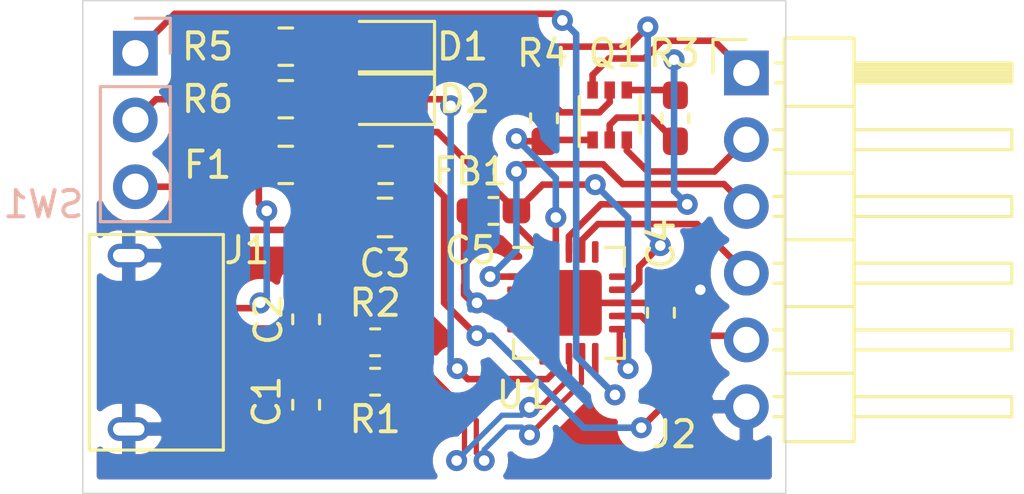
<source format=kicad_pcb>
(kicad_pcb (version 20171130) (host pcbnew "(5.1.9)-1")

  (general
    (thickness 1.6)
    (drawings 4)
    (tracks 192)
    (zones 0)
    (modules 20)
    (nets 30)
  )

  (page A4)
  (layers
    (0 F.Cu signal)
    (31 B.Cu signal)
    (32 B.Adhes user)
    (33 F.Adhes user)
    (34 B.Paste user)
    (35 F.Paste user)
    (36 B.SilkS user)
    (37 F.SilkS user)
    (38 B.Mask user)
    (39 F.Mask user)
    (40 Dwgs.User user)
    (41 Cmts.User user)
    (42 Eco1.User user)
    (43 Eco2.User user)
    (44 Edge.Cuts user)
    (45 Margin user)
    (46 B.CrtYd user)
    (47 F.CrtYd user)
    (48 B.Fab user)
    (49 F.Fab user hide)
  )

  (setup
    (last_trace_width 0.25)
    (trace_clearance 0.2)
    (zone_clearance 0.508)
    (zone_45_only no)
    (trace_min 0.2)
    (via_size 0.8)
    (via_drill 0.4)
    (via_min_size 0.4)
    (via_min_drill 0.3)
    (uvia_size 0.3)
    (uvia_drill 0.1)
    (uvias_allowed no)
    (uvia_min_size 0.2)
    (uvia_min_drill 0.1)
    (edge_width 0.05)
    (segment_width 0.2)
    (pcb_text_width 0.3)
    (pcb_text_size 1.5 1.5)
    (mod_edge_width 0.12)
    (mod_text_size 1 1)
    (mod_text_width 0.15)
    (pad_size 1.524 1.524)
    (pad_drill 0.762)
    (pad_to_mask_clearance 0.051)
    (solder_mask_min_width 0.25)
    (aux_axis_origin 0 0)
    (visible_elements 7FFFFFFF)
    (pcbplotparams
      (layerselection 0x010fc_ffffffff)
      (usegerberextensions false)
      (usegerberattributes false)
      (usegerberadvancedattributes false)
      (creategerberjobfile false)
      (excludeedgelayer true)
      (linewidth 0.100000)
      (plotframeref false)
      (viasonmask false)
      (mode 1)
      (useauxorigin false)
      (hpglpennumber 1)
      (hpglpenspeed 20)
      (hpglpendiameter 15.000000)
      (psnegative false)
      (psa4output false)
      (plotreference true)
      (plotvalue true)
      (plotinvisibletext false)
      (padsonsilk false)
      (subtractmaskfromsilk false)
      (outputformat 1)
      (mirror false)
      (drillshape 1)
      (scaleselection 1)
      (outputdirectory ""))
  )

  (net 0 "")
  (net 1 GND)
  (net 2 5v)
  (net 3 vccio)
  (net 4 "Net-(D1-Pad2)")
  (net 5 rxled)
  (net 6 "Net-(D2-Pad2)")
  (net 7 txled)
  (net 8 "Net-(F1-Pad2)")
  (net 9 "Net-(F1-Pad1)")
  (net 10 BOOT_OPT)
  (net 11 EN)
  (net 12 tx)
  (net 13 rx)
  (net 14 dtr)
  (net 15 "Net-(Q1-Pad2)")
  (net 16 "Net-(Q1-Pad5)")
  (net 17 rts)
  (net 18 3v3)
  (net 19 /in+)
  (net 20 /in-)
  (net 21 /in2+)
  (net 22 /in2-)
  (net 23 "Net-(J1-Pad4)")
  (net 24 "Net-(U1-Pad16)")
  (net 25 "Net-(U1-Pad15)")
  (net 26 "Net-(U1-Pad6)")
  (net 27 "Net-(U1-Pad5)")
  (net 28 "Net-(U1-Pad4)")
  (net 29 "Net-(U1-Pad2)")

  (net_class Default "This is the default net class."
    (clearance 0.2)
    (trace_width 0.25)
    (via_dia 0.8)
    (via_drill 0.4)
    (uvia_dia 0.3)
    (uvia_drill 0.1)
    (add_net /in+)
    (add_net /in-)
    (add_net /in2+)
    (add_net /in2-)
    (add_net 3v3)
    (add_net 5v)
    (add_net BOOT_OPT)
    (add_net EN)
    (add_net GND)
    (add_net "Net-(D1-Pad2)")
    (add_net "Net-(D2-Pad2)")
    (add_net "Net-(F1-Pad1)")
    (add_net "Net-(F1-Pad2)")
    (add_net "Net-(J1-Pad4)")
    (add_net "Net-(Q1-Pad2)")
    (add_net "Net-(Q1-Pad5)")
    (add_net "Net-(U1-Pad15)")
    (add_net "Net-(U1-Pad16)")
    (add_net "Net-(U1-Pad2)")
    (add_net "Net-(U1-Pad4)")
    (add_net "Net-(U1-Pad5)")
    (add_net "Net-(U1-Pad6)")
    (add_net dtr)
    (add_net rts)
    (add_net rx)
    (add_net rxled)
    (add_net tx)
    (add_net txled)
    (add_net vccio)
  )

  (module Package_DFN_QFN:QFN-20-1EP_4x4mm_P0.5mm_EP2.5x2.5mm (layer F.Cu) (tedit 5C1FD453) (tstamp 608FFD7D)
    (at 153.5 87.5)
    (descr "QFN, 20 Pin (http://ww1.microchip.com/downloads/en/PackagingSpec/00000049BQ.pdf#page=274), generated with kicad-footprint-generator ipc_dfn_qfn_generator.py")
    (tags "QFN DFN_QFN")
    (path /60885593)
    (attr smd)
    (fp_text reference U1 (at -1.75 3.5) (layer F.SilkS)
      (effects (font (size 1 1) (thickness 0.15)))
    )
    (fp_text value FT231XQ (at 0 3.3) (layer F.Fab)
      (effects (font (size 1 1) (thickness 0.15)))
    )
    (fp_line (start 1.385 -2.11) (end 2.11 -2.11) (layer F.SilkS) (width 0.12))
    (fp_line (start 2.11 -2.11) (end 2.11 -1.385) (layer F.SilkS) (width 0.12))
    (fp_line (start -1.385 2.11) (end -2.11 2.11) (layer F.SilkS) (width 0.12))
    (fp_line (start -2.11 2.11) (end -2.11 1.385) (layer F.SilkS) (width 0.12))
    (fp_line (start 1.385 2.11) (end 2.11 2.11) (layer F.SilkS) (width 0.12))
    (fp_line (start 2.11 2.11) (end 2.11 1.385) (layer F.SilkS) (width 0.12))
    (fp_line (start -1.385 -2.11) (end -2.11 -2.11) (layer F.SilkS) (width 0.12))
    (fp_line (start -1 -2) (end 2 -2) (layer F.Fab) (width 0.1))
    (fp_line (start 2 -2) (end 2 2) (layer F.Fab) (width 0.1))
    (fp_line (start 2 2) (end -2 2) (layer F.Fab) (width 0.1))
    (fp_line (start -2 2) (end -2 -1) (layer F.Fab) (width 0.1))
    (fp_line (start -2 -1) (end -1 -2) (layer F.Fab) (width 0.1))
    (fp_line (start -2.6 -2.6) (end -2.6 2.6) (layer F.CrtYd) (width 0.05))
    (fp_line (start -2.6 2.6) (end 2.6 2.6) (layer F.CrtYd) (width 0.05))
    (fp_line (start 2.6 2.6) (end 2.6 -2.6) (layer F.CrtYd) (width 0.05))
    (fp_line (start 2.6 -2.6) (end -2.6 -2.6) (layer F.CrtYd) (width 0.05))
    (fp_text user %R (at 0 0) (layer F.Fab)
      (effects (font (size 1 1) (thickness 0.15)))
    )
    (pad 20 smd roundrect (at -1 -1.9375) (size 0.25 0.825) (layers F.Cu F.Paste F.Mask) (roundrect_rratio 0.25)
      (net 3 vccio))
    (pad 19 smd roundrect (at -0.5 -1.9375) (size 0.25 0.825) (layers F.Cu F.Paste F.Mask) (roundrect_rratio 0.25)
      (net 17 rts))
    (pad 18 smd roundrect (at 0 -1.9375) (size 0.25 0.825) (layers F.Cu F.Paste F.Mask) (roundrect_rratio 0.25)
      (net 14 dtr))
    (pad 17 smd roundrect (at 0.5 -1.9375) (size 0.25 0.825) (layers F.Cu F.Paste F.Mask) (roundrect_rratio 0.25)
      (net 12 tx))
    (pad 16 smd roundrect (at 1 -1.9375) (size 0.25 0.825) (layers F.Cu F.Paste F.Mask) (roundrect_rratio 0.25)
      (net 24 "Net-(U1-Pad16)"))
    (pad 15 smd roundrect (at 1.9375 -1) (size 0.825 0.25) (layers F.Cu F.Paste F.Mask) (roundrect_rratio 0.25)
      (net 25 "Net-(U1-Pad15)"))
    (pad 14 smd roundrect (at 1.9375 -0.5) (size 0.825 0.25) (layers F.Cu F.Paste F.Mask) (roundrect_rratio 0.25)
      (net 5 rxled))
    (pad 13 smd roundrect (at 1.9375 0) (size 0.825 0.25) (layers F.Cu F.Paste F.Mask) (roundrect_rratio 0.25)
      (net 1 GND))
    (pad 12 smd roundrect (at 1.9375 0.5) (size 0.825 0.25) (layers F.Cu F.Paste F.Mask) (roundrect_rratio 0.25)
      (net 2 5v))
    (pad 11 smd roundrect (at 1.9375 1) (size 0.825 0.25) (layers F.Cu F.Paste F.Mask) (roundrect_rratio 0.25)
      (net 3 vccio))
    (pad 10 smd roundrect (at 1 1.9375) (size 0.25 0.825) (layers F.Cu F.Paste F.Mask) (roundrect_rratio 0.25)
      (net 18 3v3))
    (pad 9 smd roundrect (at 0.5 1.9375) (size 0.25 0.825) (layers F.Cu F.Paste F.Mask) (roundrect_rratio 0.25)
      (net 22 /in2-))
    (pad 8 smd roundrect (at 0 1.9375) (size 0.25 0.825) (layers F.Cu F.Paste F.Mask) (roundrect_rratio 0.25)
      (net 21 /in2+))
    (pad 7 smd roundrect (at -0.5 1.9375) (size 0.25 0.825) (layers F.Cu F.Paste F.Mask) (roundrect_rratio 0.25)
      (net 7 txled))
    (pad 6 smd roundrect (at -1 1.9375) (size 0.25 0.825) (layers F.Cu F.Paste F.Mask) (roundrect_rratio 0.25)
      (net 26 "Net-(U1-Pad6)"))
    (pad 5 smd roundrect (at -1.9375 1) (size 0.825 0.25) (layers F.Cu F.Paste F.Mask) (roundrect_rratio 0.25)
      (net 27 "Net-(U1-Pad5)"))
    (pad 4 smd roundrect (at -1.9375 0.5) (size 0.825 0.25) (layers F.Cu F.Paste F.Mask) (roundrect_rratio 0.25)
      (net 28 "Net-(U1-Pad4)"))
    (pad 3 smd roundrect (at -1.9375 0) (size 0.825 0.25) (layers F.Cu F.Paste F.Mask) (roundrect_rratio 0.25)
      (net 1 GND))
    (pad 2 smd roundrect (at -1.9375 -0.5) (size 0.825 0.25) (layers F.Cu F.Paste F.Mask) (roundrect_rratio 0.25)
      (net 29 "Net-(U1-Pad2)"))
    (pad 1 smd roundrect (at -1.9375 -1) (size 0.825 0.25) (layers F.Cu F.Paste F.Mask) (roundrect_rratio 0.25)
      (net 13 rx))
    (pad "" smd roundrect (at 0.625 0.625) (size 1.01 1.01) (layers F.Paste) (roundrect_rratio 0.247525))
    (pad "" smd roundrect (at 0.625 -0.625) (size 1.01 1.01) (layers F.Paste) (roundrect_rratio 0.247525))
    (pad "" smd roundrect (at -0.625 0.625) (size 1.01 1.01) (layers F.Paste) (roundrect_rratio 0.247525))
    (pad "" smd roundrect (at -0.625 -0.625) (size 1.01 1.01) (layers F.Paste) (roundrect_rratio 0.247525))
    (pad 21 smd roundrect (at 0 0) (size 2.5 2.5) (layers F.Cu F.Mask) (roundrect_rratio 0.1)
      (net 1 GND))
    (model ${KISYS3DMOD}/Package_DFN_QFN.3dshapes/QFN-20-1EP_4x4mm_P0.5mm_EP2.5x2.5mm.wrl
      (at (xyz 0 0 0))
      (scale (xyz 1 1 1))
      (rotate (xyz 0 0 0))
    )
  )

  (module Capacitor_SMD:C_0805_2012Metric_Pad1.18x1.45mm_HandSolder (layer F.Cu) (tedit 5F68FEEF) (tstamp 60902980)
    (at 146.5 84.25)
    (descr "Capacitor SMD 0805 (2012 Metric), square (rectangular) end terminal, IPC_7351 nominal with elongated pad for handsoldering. (Body size source: IPC-SM-782 page 76, https://www.pcb-3d.com/wordpress/wp-content/uploads/ipc-sm-782a_amendment_1_and_2.pdf, https://docs.google.com/spreadsheets/d/1BsfQQcO9C6DZCsRaXUlFlo91Tg2WpOkGARC1WS5S8t0/edit?usp=sharing), generated with kicad-footprint-generator")
    (tags "capacitor handsolder")
    (path /608AE079)
    (attr smd)
    (fp_text reference C3 (at 0 1.75) (layer F.SilkS)
      (effects (font (size 1 1) (thickness 0.15)))
    )
    (fp_text value 22u (at 0 1.68) (layer F.Fab)
      (effects (font (size 1 1) (thickness 0.15)))
    )
    (fp_text user %R (at 0 0) (layer F.Fab)
      (effects (font (size 0.5 0.5) (thickness 0.08)))
    )
    (fp_line (start -1 0.625) (end -1 -0.625) (layer F.Fab) (width 0.1))
    (fp_line (start -1 -0.625) (end 1 -0.625) (layer F.Fab) (width 0.1))
    (fp_line (start 1 -0.625) (end 1 0.625) (layer F.Fab) (width 0.1))
    (fp_line (start 1 0.625) (end -1 0.625) (layer F.Fab) (width 0.1))
    (fp_line (start -0.261252 -0.735) (end 0.261252 -0.735) (layer F.SilkS) (width 0.12))
    (fp_line (start -0.261252 0.735) (end 0.261252 0.735) (layer F.SilkS) (width 0.12))
    (fp_line (start -1.88 0.98) (end -1.88 -0.98) (layer F.CrtYd) (width 0.05))
    (fp_line (start -1.88 -0.98) (end 1.88 -0.98) (layer F.CrtYd) (width 0.05))
    (fp_line (start 1.88 -0.98) (end 1.88 0.98) (layer F.CrtYd) (width 0.05))
    (fp_line (start 1.88 0.98) (end -1.88 0.98) (layer F.CrtYd) (width 0.05))
    (pad 2 smd roundrect (at 1.0375 0) (size 1.175 1.45) (layers F.Cu F.Paste F.Mask) (roundrect_rratio 0.212766)
      (net 1 GND))
    (pad 1 smd roundrect (at -1.0375 0) (size 1.175 1.45) (layers F.Cu F.Paste F.Mask) (roundrect_rratio 0.212766)
      (net 2 5v))
    (model ${KISYS3DMOD}/Capacitor_SMD.3dshapes/C_0805_2012Metric.wrl
      (at (xyz 0 0 0))
      (scale (xyz 1 1 1))
      (rotate (xyz 0 0 0))
    )
  )

  (module Connector_PinHeader_2.54mm:PinHeader_1x03_P2.54mm_Vertical (layer B.Cu) (tedit 59FED5CC) (tstamp 608FFD3F)
    (at 137 78 180)
    (descr "Through hole straight pin header, 1x03, 2.54mm pitch, single row")
    (tags "Through hole pin header THT 1x03 2.54mm single row")
    (path /6088BAF4)
    (fp_text reference SW1 (at 3.5 -5.75) (layer B.SilkS)
      (effects (font (size 1 1) (thickness 0.15)) (justify mirror))
    )
    (fp_text value SW_SPDT (at 0 -7.41) (layer B.Fab)
      (effects (font (size 1 1) (thickness 0.15)) (justify mirror))
    )
    (fp_line (start -0.635 1.27) (end 1.27 1.27) (layer B.Fab) (width 0.1))
    (fp_line (start 1.27 1.27) (end 1.27 -6.35) (layer B.Fab) (width 0.1))
    (fp_line (start 1.27 -6.35) (end -1.27 -6.35) (layer B.Fab) (width 0.1))
    (fp_line (start -1.27 -6.35) (end -1.27 0.635) (layer B.Fab) (width 0.1))
    (fp_line (start -1.27 0.635) (end -0.635 1.27) (layer B.Fab) (width 0.1))
    (fp_line (start -1.33 -6.41) (end 1.33 -6.41) (layer B.SilkS) (width 0.12))
    (fp_line (start -1.33 -1.27) (end -1.33 -6.41) (layer B.SilkS) (width 0.12))
    (fp_line (start 1.33 -1.27) (end 1.33 -6.41) (layer B.SilkS) (width 0.12))
    (fp_line (start -1.33 -1.27) (end 1.33 -1.27) (layer B.SilkS) (width 0.12))
    (fp_line (start -1.33 0) (end -1.33 1.33) (layer B.SilkS) (width 0.12))
    (fp_line (start -1.33 1.33) (end 0 1.33) (layer B.SilkS) (width 0.12))
    (fp_line (start -1.8 1.8) (end -1.8 -6.85) (layer B.CrtYd) (width 0.05))
    (fp_line (start -1.8 -6.85) (end 1.8 -6.85) (layer B.CrtYd) (width 0.05))
    (fp_line (start 1.8 -6.85) (end 1.8 1.8) (layer B.CrtYd) (width 0.05))
    (fp_line (start 1.8 1.8) (end -1.8 1.8) (layer B.CrtYd) (width 0.05))
    (fp_text user %R (at 0 -2.54 270) (layer B.Fab)
      (effects (font (size 1 1) (thickness 0.15)) (justify mirror))
    )
    (pad 3 thru_hole oval (at 0 -5.08 180) (size 1.7 1.7) (drill 1) (layers *.Cu *.Mask)
      (net 2 5v))
    (pad 2 thru_hole oval (at 0 -2.54 180) (size 1.7 1.7) (drill 1) (layers *.Cu *.Mask)
      (net 3 vccio))
    (pad 1 thru_hole rect (at 0 0 180) (size 1.7 1.7) (drill 1) (layers *.Cu *.Mask)
      (net 18 3v3))
    (model ${KISYS3DMOD}/Connector_PinHeader_2.54mm.3dshapes/PinHeader_1x03_P2.54mm_Vertical.wrl
      (at (xyz 0 0 0))
      (scale (xyz 1 1 1))
      (rotate (xyz 0 0 0))
    )
  )

  (module Resistor_SMD:R_0805_2012Metric_Pad1.15x1.40mm_HandSolder (layer F.Cu) (tedit 5B36C52B) (tstamp 608FFD28)
    (at 142.725 79.75 180)
    (descr "Resistor SMD 0805 (2012 Metric), square (rectangular) end terminal, IPC_7351 nominal with elongated pad for handsoldering. (Body size source: https://docs.google.com/spreadsheets/d/1BsfQQcO9C6DZCsRaXUlFlo91Tg2WpOkGARC1WS5S8t0/edit?usp=sharing), generated with kicad-footprint-generator")
    (tags "resistor handsolder")
    (path /6090552B)
    (attr smd)
    (fp_text reference R6 (at 2.975 0) (layer F.SilkS)
      (effects (font (size 1 1) (thickness 0.15)))
    )
    (fp_text value 270 (at 0 1.65) (layer F.Fab)
      (effects (font (size 1 1) (thickness 0.15)))
    )
    (fp_line (start -1 0.6) (end -1 -0.6) (layer F.Fab) (width 0.1))
    (fp_line (start -1 -0.6) (end 1 -0.6) (layer F.Fab) (width 0.1))
    (fp_line (start 1 -0.6) (end 1 0.6) (layer F.Fab) (width 0.1))
    (fp_line (start 1 0.6) (end -1 0.6) (layer F.Fab) (width 0.1))
    (fp_line (start -0.261252 -0.71) (end 0.261252 -0.71) (layer F.SilkS) (width 0.12))
    (fp_line (start -0.261252 0.71) (end 0.261252 0.71) (layer F.SilkS) (width 0.12))
    (fp_line (start -1.85 0.95) (end -1.85 -0.95) (layer F.CrtYd) (width 0.05))
    (fp_line (start -1.85 -0.95) (end 1.85 -0.95) (layer F.CrtYd) (width 0.05))
    (fp_line (start 1.85 -0.95) (end 1.85 0.95) (layer F.CrtYd) (width 0.05))
    (fp_line (start 1.85 0.95) (end -1.85 0.95) (layer F.CrtYd) (width 0.05))
    (fp_text user %R (at 0 0) (layer F.Fab)
      (effects (font (size 0.5 0.5) (thickness 0.08)))
    )
    (pad 2 smd roundrect (at 1.025 0 180) (size 1.15 1.4) (layers F.Cu F.Paste F.Mask) (roundrect_rratio 0.217391)
      (net 3 vccio))
    (pad 1 smd roundrect (at -1.025 0 180) (size 1.15 1.4) (layers F.Cu F.Paste F.Mask) (roundrect_rratio 0.217391)
      (net 6 "Net-(D2-Pad2)"))
    (model ${KISYS3DMOD}/Resistor_SMD.3dshapes/R_0805_2012Metric.wrl
      (at (xyz 0 0 0))
      (scale (xyz 1 1 1))
      (rotate (xyz 0 0 0))
    )
  )

  (module Resistor_SMD:R_0805_2012Metric_Pad1.15x1.40mm_HandSolder (layer F.Cu) (tedit 5B36C52B) (tstamp 608FFD17)
    (at 142.725 77.75 180)
    (descr "Resistor SMD 0805 (2012 Metric), square (rectangular) end terminal, IPC_7351 nominal with elongated pad for handsoldering. (Body size source: https://docs.google.com/spreadsheets/d/1BsfQQcO9C6DZCsRaXUlFlo91Tg2WpOkGARC1WS5S8t0/edit?usp=sharing), generated with kicad-footprint-generator")
    (tags "resistor handsolder")
    (path /60902AA0)
    (attr smd)
    (fp_text reference R5 (at 2.975 0) (layer F.SilkS)
      (effects (font (size 1 1) (thickness 0.15)))
    )
    (fp_text value 270 (at 0 1.65) (layer F.Fab)
      (effects (font (size 1 1) (thickness 0.15)))
    )
    (fp_line (start -1 0.6) (end -1 -0.6) (layer F.Fab) (width 0.1))
    (fp_line (start -1 -0.6) (end 1 -0.6) (layer F.Fab) (width 0.1))
    (fp_line (start 1 -0.6) (end 1 0.6) (layer F.Fab) (width 0.1))
    (fp_line (start 1 0.6) (end -1 0.6) (layer F.Fab) (width 0.1))
    (fp_line (start -0.261252 -0.71) (end 0.261252 -0.71) (layer F.SilkS) (width 0.12))
    (fp_line (start -0.261252 0.71) (end 0.261252 0.71) (layer F.SilkS) (width 0.12))
    (fp_line (start -1.85 0.95) (end -1.85 -0.95) (layer F.CrtYd) (width 0.05))
    (fp_line (start -1.85 -0.95) (end 1.85 -0.95) (layer F.CrtYd) (width 0.05))
    (fp_line (start 1.85 -0.95) (end 1.85 0.95) (layer F.CrtYd) (width 0.05))
    (fp_line (start 1.85 0.95) (end -1.85 0.95) (layer F.CrtYd) (width 0.05))
    (fp_text user %R (at 0 0) (layer F.Fab)
      (effects (font (size 0.5 0.5) (thickness 0.08)))
    )
    (pad 2 smd roundrect (at 1.025 0 180) (size 1.15 1.4) (layers F.Cu F.Paste F.Mask) (roundrect_rratio 0.217391)
      (net 3 vccio))
    (pad 1 smd roundrect (at -1.025 0 180) (size 1.15 1.4) (layers F.Cu F.Paste F.Mask) (roundrect_rratio 0.217391)
      (net 4 "Net-(D1-Pad2)"))
    (model ${KISYS3DMOD}/Resistor_SMD.3dshapes/R_0805_2012Metric.wrl
      (at (xyz 0 0 0))
      (scale (xyz 1 1 1))
      (rotate (xyz 0 0 0))
    )
  )

  (module Resistor_SMD:R_0603_1608Metric_Pad1.05x0.95mm_HandSolder (layer F.Cu) (tedit 5B301BBD) (tstamp 608FFD06)
    (at 152.55 80.475 270)
    (descr "Resistor SMD 0603 (1608 Metric), square (rectangular) end terminal, IPC_7351 nominal with elongated pad for handsoldering. (Body size source: http://www.tortai-tech.com/upload/download/2011102023233369053.pdf), generated with kicad-footprint-generator")
    (tags "resistor handsolder")
    (path /6089BBAA)
    (attr smd)
    (fp_text reference R4 (at -2.475 0.05 180) (layer F.SilkS)
      (effects (font (size 1 1) (thickness 0.15)))
    )
    (fp_text value 10k (at 0 1.43 90) (layer F.Fab)
      (effects (font (size 1 1) (thickness 0.15)))
    )
    (fp_line (start -0.8 0.4) (end -0.8 -0.4) (layer F.Fab) (width 0.1))
    (fp_line (start -0.8 -0.4) (end 0.8 -0.4) (layer F.Fab) (width 0.1))
    (fp_line (start 0.8 -0.4) (end 0.8 0.4) (layer F.Fab) (width 0.1))
    (fp_line (start 0.8 0.4) (end -0.8 0.4) (layer F.Fab) (width 0.1))
    (fp_line (start -0.171267 -0.51) (end 0.171267 -0.51) (layer F.SilkS) (width 0.12))
    (fp_line (start -0.171267 0.51) (end 0.171267 0.51) (layer F.SilkS) (width 0.12))
    (fp_line (start -1.65 0.73) (end -1.65 -0.73) (layer F.CrtYd) (width 0.05))
    (fp_line (start -1.65 -0.73) (end 1.65 -0.73) (layer F.CrtYd) (width 0.05))
    (fp_line (start 1.65 -0.73) (end 1.65 0.73) (layer F.CrtYd) (width 0.05))
    (fp_line (start 1.65 0.73) (end -1.65 0.73) (layer F.CrtYd) (width 0.05))
    (fp_text user %R (at 0 0 90) (layer F.Fab)
      (effects (font (size 0.4 0.4) (thickness 0.06)))
    )
    (pad 2 smd roundrect (at 0.875 0 270) (size 1.05 0.95) (layers F.Cu F.Paste F.Mask) (roundrect_rratio 0.25)
      (net 17 rts))
    (pad 1 smd roundrect (at -0.875 0 270) (size 1.05 0.95) (layers F.Cu F.Paste F.Mask) (roundrect_rratio 0.25)
      (net 16 "Net-(Q1-Pad5)"))
    (model ${KISYS3DMOD}/Resistor_SMD.3dshapes/R_0603_1608Metric.wrl
      (at (xyz 0 0 0))
      (scale (xyz 1 1 1))
      (rotate (xyz 0 0 0))
    )
  )

  (module Resistor_SMD:R_0603_1608Metric_Pad1.05x0.95mm_HandSolder (layer F.Cu) (tedit 5B301BBD) (tstamp 608FFCF5)
    (at 157.55 80.475 90)
    (descr "Resistor SMD 0603 (1608 Metric), square (rectangular) end terminal, IPC_7351 nominal with elongated pad for handsoldering. (Body size source: http://www.tortai-tech.com/upload/download/2011102023233369053.pdf), generated with kicad-footprint-generator")
    (tags "resistor handsolder")
    (path /6089B6AF)
    (attr smd)
    (fp_text reference R3 (at 2.475 -0.05 180) (layer F.SilkS)
      (effects (font (size 1 1) (thickness 0.15)))
    )
    (fp_text value 10k (at 0 1.43 90) (layer F.Fab)
      (effects (font (size 1 1) (thickness 0.15)))
    )
    (fp_line (start -0.8 0.4) (end -0.8 -0.4) (layer F.Fab) (width 0.1))
    (fp_line (start -0.8 -0.4) (end 0.8 -0.4) (layer F.Fab) (width 0.1))
    (fp_line (start 0.8 -0.4) (end 0.8 0.4) (layer F.Fab) (width 0.1))
    (fp_line (start 0.8 0.4) (end -0.8 0.4) (layer F.Fab) (width 0.1))
    (fp_line (start -0.171267 -0.51) (end 0.171267 -0.51) (layer F.SilkS) (width 0.12))
    (fp_line (start -0.171267 0.51) (end 0.171267 0.51) (layer F.SilkS) (width 0.12))
    (fp_line (start -1.65 0.73) (end -1.65 -0.73) (layer F.CrtYd) (width 0.05))
    (fp_line (start -1.65 -0.73) (end 1.65 -0.73) (layer F.CrtYd) (width 0.05))
    (fp_line (start 1.65 -0.73) (end 1.65 0.73) (layer F.CrtYd) (width 0.05))
    (fp_line (start 1.65 0.73) (end -1.65 0.73) (layer F.CrtYd) (width 0.05))
    (fp_text user %R (at 0 0 90) (layer F.Fab)
      (effects (font (size 0.4 0.4) (thickness 0.06)))
    )
    (pad 2 smd roundrect (at 0.875 0 90) (size 1.05 0.95) (layers F.Cu F.Paste F.Mask) (roundrect_rratio 0.25)
      (net 14 dtr))
    (pad 1 smd roundrect (at -0.875 0 90) (size 1.05 0.95) (layers F.Cu F.Paste F.Mask) (roundrect_rratio 0.25)
      (net 15 "Net-(Q1-Pad2)"))
    (model ${KISYS3DMOD}/Resistor_SMD.3dshapes/R_0603_1608Metric.wrl
      (at (xyz 0 0 0))
      (scale (xyz 1 1 1))
      (rotate (xyz 0 0 0))
    )
  )

  (module Resistor_SMD:R_0603_1608Metric_Pad1.05x0.95mm_HandSolder (layer F.Cu) (tedit 5B301BBD) (tstamp 608FFCE4)
    (at 146.125 89 180)
    (descr "Resistor SMD 0603 (1608 Metric), square (rectangular) end terminal, IPC_7351 nominal with elongated pad for handsoldering. (Body size source: http://www.tortai-tech.com/upload/download/2011102023233369053.pdf), generated with kicad-footprint-generator")
    (tags "resistor handsolder")
    (path /60886112)
    (attr smd)
    (fp_text reference R2 (at 0 1.5) (layer F.SilkS)
      (effects (font (size 1 1) (thickness 0.15)))
    )
    (fp_text value 27 (at 0 1.43) (layer F.Fab)
      (effects (font (size 1 1) (thickness 0.15)))
    )
    (fp_line (start -0.8 0.4) (end -0.8 -0.4) (layer F.Fab) (width 0.1))
    (fp_line (start -0.8 -0.4) (end 0.8 -0.4) (layer F.Fab) (width 0.1))
    (fp_line (start 0.8 -0.4) (end 0.8 0.4) (layer F.Fab) (width 0.1))
    (fp_line (start 0.8 0.4) (end -0.8 0.4) (layer F.Fab) (width 0.1))
    (fp_line (start -0.171267 -0.51) (end 0.171267 -0.51) (layer F.SilkS) (width 0.12))
    (fp_line (start -0.171267 0.51) (end 0.171267 0.51) (layer F.SilkS) (width 0.12))
    (fp_line (start -1.65 0.73) (end -1.65 -0.73) (layer F.CrtYd) (width 0.05))
    (fp_line (start -1.65 -0.73) (end 1.65 -0.73) (layer F.CrtYd) (width 0.05))
    (fp_line (start 1.65 -0.73) (end 1.65 0.73) (layer F.CrtYd) (width 0.05))
    (fp_line (start 1.65 0.73) (end -1.65 0.73) (layer F.CrtYd) (width 0.05))
    (fp_text user %R (at 0 0) (layer F.Fab)
      (effects (font (size 0.4 0.4) (thickness 0.06)))
    )
    (pad 2 smd roundrect (at 0.875 0 180) (size 1.05 0.95) (layers F.Cu F.Paste F.Mask) (roundrect_rratio 0.25)
      (net 20 /in-))
    (pad 1 smd roundrect (at -0.875 0 180) (size 1.05 0.95) (layers F.Cu F.Paste F.Mask) (roundrect_rratio 0.25)
      (net 22 /in2-))
    (model ${KISYS3DMOD}/Resistor_SMD.3dshapes/R_0603_1608Metric.wrl
      (at (xyz 0 0 0))
      (scale (xyz 1 1 1))
      (rotate (xyz 0 0 0))
    )
  )

  (module Resistor_SMD:R_0603_1608Metric_Pad1.05x0.95mm_HandSolder (layer F.Cu) (tedit 5B301BBD) (tstamp 608FFCD3)
    (at 146.125 90.5 180)
    (descr "Resistor SMD 0603 (1608 Metric), square (rectangular) end terminal, IPC_7351 nominal with elongated pad for handsoldering. (Body size source: http://www.tortai-tech.com/upload/download/2011102023233369053.pdf), generated with kicad-footprint-generator")
    (tags "resistor handsolder")
    (path /60885B03)
    (attr smd)
    (fp_text reference R1 (at 0 -1.43) (layer F.SilkS)
      (effects (font (size 1 1) (thickness 0.15)))
    )
    (fp_text value 27 (at 0 1.43) (layer F.Fab)
      (effects (font (size 1 1) (thickness 0.15)))
    )
    (fp_line (start -0.8 0.4) (end -0.8 -0.4) (layer F.Fab) (width 0.1))
    (fp_line (start -0.8 -0.4) (end 0.8 -0.4) (layer F.Fab) (width 0.1))
    (fp_line (start 0.8 -0.4) (end 0.8 0.4) (layer F.Fab) (width 0.1))
    (fp_line (start 0.8 0.4) (end -0.8 0.4) (layer F.Fab) (width 0.1))
    (fp_line (start -0.171267 -0.51) (end 0.171267 -0.51) (layer F.SilkS) (width 0.12))
    (fp_line (start -0.171267 0.51) (end 0.171267 0.51) (layer F.SilkS) (width 0.12))
    (fp_line (start -1.65 0.73) (end -1.65 -0.73) (layer F.CrtYd) (width 0.05))
    (fp_line (start -1.65 -0.73) (end 1.65 -0.73) (layer F.CrtYd) (width 0.05))
    (fp_line (start 1.65 -0.73) (end 1.65 0.73) (layer F.CrtYd) (width 0.05))
    (fp_line (start 1.65 0.73) (end -1.65 0.73) (layer F.CrtYd) (width 0.05))
    (fp_text user %R (at 0 0) (layer F.Fab)
      (effects (font (size 0.4 0.4) (thickness 0.06)))
    )
    (pad 2 smd roundrect (at 0.875 0 180) (size 1.05 0.95) (layers F.Cu F.Paste F.Mask) (roundrect_rratio 0.25)
      (net 19 /in+))
    (pad 1 smd roundrect (at -0.875 0 180) (size 1.05 0.95) (layers F.Cu F.Paste F.Mask) (roundrect_rratio 0.25)
      (net 21 /in2+))
    (model ${KISYS3DMOD}/Resistor_SMD.3dshapes/R_0603_1608Metric.wrl
      (at (xyz 0 0 0))
      (scale (xyz 1 1 1))
      (rotate (xyz 0 0 0))
    )
  )

  (module Package_TO_SOT_SMD:SOT-363_SC-70-6 (layer F.Cu) (tedit 5A02FF57) (tstamp 608FFCC2)
    (at 155.05 80.35 90)
    (descr "SOT-363, SC-70-6")
    (tags "SOT-363 SC-70-6")
    (path /608977A4)
    (attr smd)
    (fp_text reference Q1 (at 2.35 0.2 180) (layer F.SilkS)
      (effects (font (size 1 1) (thickness 0.15)))
    )
    (fp_text value MBT3904DW1 (at 0 2 270) (layer F.Fab)
      (effects (font (size 1 1) (thickness 0.15)))
    )
    (fp_line (start 0.7 -1.16) (end -1.2 -1.16) (layer F.SilkS) (width 0.12))
    (fp_line (start -0.7 1.16) (end 0.7 1.16) (layer F.SilkS) (width 0.12))
    (fp_line (start 1.6 1.4) (end 1.6 -1.4) (layer F.CrtYd) (width 0.05))
    (fp_line (start -1.6 -1.4) (end -1.6 1.4) (layer F.CrtYd) (width 0.05))
    (fp_line (start -1.6 -1.4) (end 1.6 -1.4) (layer F.CrtYd) (width 0.05))
    (fp_line (start 0.675 -1.1) (end -0.175 -1.1) (layer F.Fab) (width 0.1))
    (fp_line (start -0.675 -0.6) (end -0.675 1.1) (layer F.Fab) (width 0.1))
    (fp_line (start -1.6 1.4) (end 1.6 1.4) (layer F.CrtYd) (width 0.05))
    (fp_line (start 0.675 -1.1) (end 0.675 1.1) (layer F.Fab) (width 0.1))
    (fp_line (start 0.675 1.1) (end -0.675 1.1) (layer F.Fab) (width 0.1))
    (fp_line (start -0.175 -1.1) (end -0.675 -0.6) (layer F.Fab) (width 0.1))
    (fp_text user %R (at 0 0) (layer F.Fab)
      (effects (font (size 0.5 0.5) (thickness 0.075)))
    )
    (pad 6 smd rect (at 0.95 -0.65 90) (size 0.65 0.4) (layers F.Cu F.Paste F.Mask)
      (net 11 EN))
    (pad 4 smd rect (at 0.95 0.65 90) (size 0.65 0.4) (layers F.Cu F.Paste F.Mask)
      (net 14 dtr))
    (pad 2 smd rect (at -0.95 0 90) (size 0.65 0.4) (layers F.Cu F.Paste F.Mask)
      (net 15 "Net-(Q1-Pad2)"))
    (pad 5 smd rect (at 0.95 0 90) (size 0.65 0.4) (layers F.Cu F.Paste F.Mask)
      (net 16 "Net-(Q1-Pad5)"))
    (pad 3 smd rect (at -0.95 0.65 90) (size 0.65 0.4) (layers F.Cu F.Paste F.Mask)
      (net 10 BOOT_OPT))
    (pad 1 smd rect (at -0.95 -0.65 90) (size 0.65 0.4) (layers F.Cu F.Paste F.Mask)
      (net 17 rts))
    (model ${KISYS3DMOD}/Package_TO_SOT_SMD.3dshapes/SOT-363_SC-70-6.wrl
      (at (xyz 0 0 0))
      (scale (xyz 1 1 1))
      (rotate (xyz 0 0 0))
    )
  )

  (module Connector_PinHeader_2.54mm:PinHeader_1x06_P2.54mm_Horizontal (layer F.Cu) (tedit 59FED5CB) (tstamp 608FFCAC)
    (at 160.25 78.75)
    (descr "Through hole angled pin header, 1x06, 2.54mm pitch, 6mm pin length, single row")
    (tags "Through hole angled pin header THT 1x06 2.54mm single row")
    (path /6089F7A4)
    (fp_text reference J2 (at -2.75 13.75) (layer F.SilkS)
      (effects (font (size 1 1) (thickness 0.15)))
    )
    (fp_text value Conn_01x06 (at 4.385 14.97) (layer F.Fab)
      (effects (font (size 1 1) (thickness 0.15)))
    )
    (fp_line (start 2.135 -1.27) (end 4.04 -1.27) (layer F.Fab) (width 0.1))
    (fp_line (start 4.04 -1.27) (end 4.04 13.97) (layer F.Fab) (width 0.1))
    (fp_line (start 4.04 13.97) (end 1.5 13.97) (layer F.Fab) (width 0.1))
    (fp_line (start 1.5 13.97) (end 1.5 -0.635) (layer F.Fab) (width 0.1))
    (fp_line (start 1.5 -0.635) (end 2.135 -1.27) (layer F.Fab) (width 0.1))
    (fp_line (start -0.32 -0.32) (end 1.5 -0.32) (layer F.Fab) (width 0.1))
    (fp_line (start -0.32 -0.32) (end -0.32 0.32) (layer F.Fab) (width 0.1))
    (fp_line (start -0.32 0.32) (end 1.5 0.32) (layer F.Fab) (width 0.1))
    (fp_line (start 4.04 -0.32) (end 10.04 -0.32) (layer F.Fab) (width 0.1))
    (fp_line (start 10.04 -0.32) (end 10.04 0.32) (layer F.Fab) (width 0.1))
    (fp_line (start 4.04 0.32) (end 10.04 0.32) (layer F.Fab) (width 0.1))
    (fp_line (start -0.32 2.22) (end 1.5 2.22) (layer F.Fab) (width 0.1))
    (fp_line (start -0.32 2.22) (end -0.32 2.86) (layer F.Fab) (width 0.1))
    (fp_line (start -0.32 2.86) (end 1.5 2.86) (layer F.Fab) (width 0.1))
    (fp_line (start 4.04 2.22) (end 10.04 2.22) (layer F.Fab) (width 0.1))
    (fp_line (start 10.04 2.22) (end 10.04 2.86) (layer F.Fab) (width 0.1))
    (fp_line (start 4.04 2.86) (end 10.04 2.86) (layer F.Fab) (width 0.1))
    (fp_line (start -0.32 4.76) (end 1.5 4.76) (layer F.Fab) (width 0.1))
    (fp_line (start -0.32 4.76) (end -0.32 5.4) (layer F.Fab) (width 0.1))
    (fp_line (start -0.32 5.4) (end 1.5 5.4) (layer F.Fab) (width 0.1))
    (fp_line (start 4.04 4.76) (end 10.04 4.76) (layer F.Fab) (width 0.1))
    (fp_line (start 10.04 4.76) (end 10.04 5.4) (layer F.Fab) (width 0.1))
    (fp_line (start 4.04 5.4) (end 10.04 5.4) (layer F.Fab) (width 0.1))
    (fp_line (start -0.32 7.3) (end 1.5 7.3) (layer F.Fab) (width 0.1))
    (fp_line (start -0.32 7.3) (end -0.32 7.94) (layer F.Fab) (width 0.1))
    (fp_line (start -0.32 7.94) (end 1.5 7.94) (layer F.Fab) (width 0.1))
    (fp_line (start 4.04 7.3) (end 10.04 7.3) (layer F.Fab) (width 0.1))
    (fp_line (start 10.04 7.3) (end 10.04 7.94) (layer F.Fab) (width 0.1))
    (fp_line (start 4.04 7.94) (end 10.04 7.94) (layer F.Fab) (width 0.1))
    (fp_line (start -0.32 9.84) (end 1.5 9.84) (layer F.Fab) (width 0.1))
    (fp_line (start -0.32 9.84) (end -0.32 10.48) (layer F.Fab) (width 0.1))
    (fp_line (start -0.32 10.48) (end 1.5 10.48) (layer F.Fab) (width 0.1))
    (fp_line (start 4.04 9.84) (end 10.04 9.84) (layer F.Fab) (width 0.1))
    (fp_line (start 10.04 9.84) (end 10.04 10.48) (layer F.Fab) (width 0.1))
    (fp_line (start 4.04 10.48) (end 10.04 10.48) (layer F.Fab) (width 0.1))
    (fp_line (start -0.32 12.38) (end 1.5 12.38) (layer F.Fab) (width 0.1))
    (fp_line (start -0.32 12.38) (end -0.32 13.02) (layer F.Fab) (width 0.1))
    (fp_line (start -0.32 13.02) (end 1.5 13.02) (layer F.Fab) (width 0.1))
    (fp_line (start 4.04 12.38) (end 10.04 12.38) (layer F.Fab) (width 0.1))
    (fp_line (start 10.04 12.38) (end 10.04 13.02) (layer F.Fab) (width 0.1))
    (fp_line (start 4.04 13.02) (end 10.04 13.02) (layer F.Fab) (width 0.1))
    (fp_line (start 1.44 -1.33) (end 1.44 14.03) (layer F.SilkS) (width 0.12))
    (fp_line (start 1.44 14.03) (end 4.1 14.03) (layer F.SilkS) (width 0.12))
    (fp_line (start 4.1 14.03) (end 4.1 -1.33) (layer F.SilkS) (width 0.12))
    (fp_line (start 4.1 -1.33) (end 1.44 -1.33) (layer F.SilkS) (width 0.12))
    (fp_line (start 4.1 -0.38) (end 10.1 -0.38) (layer F.SilkS) (width 0.12))
    (fp_line (start 10.1 -0.38) (end 10.1 0.38) (layer F.SilkS) (width 0.12))
    (fp_line (start 10.1 0.38) (end 4.1 0.38) (layer F.SilkS) (width 0.12))
    (fp_line (start 4.1 -0.32) (end 10.1 -0.32) (layer F.SilkS) (width 0.12))
    (fp_line (start 4.1 -0.2) (end 10.1 -0.2) (layer F.SilkS) (width 0.12))
    (fp_line (start 4.1 -0.08) (end 10.1 -0.08) (layer F.SilkS) (width 0.12))
    (fp_line (start 4.1 0.04) (end 10.1 0.04) (layer F.SilkS) (width 0.12))
    (fp_line (start 4.1 0.16) (end 10.1 0.16) (layer F.SilkS) (width 0.12))
    (fp_line (start 4.1 0.28) (end 10.1 0.28) (layer F.SilkS) (width 0.12))
    (fp_line (start 1.11 -0.38) (end 1.44 -0.38) (layer F.SilkS) (width 0.12))
    (fp_line (start 1.11 0.38) (end 1.44 0.38) (layer F.SilkS) (width 0.12))
    (fp_line (start 1.44 1.27) (end 4.1 1.27) (layer F.SilkS) (width 0.12))
    (fp_line (start 4.1 2.16) (end 10.1 2.16) (layer F.SilkS) (width 0.12))
    (fp_line (start 10.1 2.16) (end 10.1 2.92) (layer F.SilkS) (width 0.12))
    (fp_line (start 10.1 2.92) (end 4.1 2.92) (layer F.SilkS) (width 0.12))
    (fp_line (start 1.042929 2.16) (end 1.44 2.16) (layer F.SilkS) (width 0.12))
    (fp_line (start 1.042929 2.92) (end 1.44 2.92) (layer F.SilkS) (width 0.12))
    (fp_line (start 1.44 3.81) (end 4.1 3.81) (layer F.SilkS) (width 0.12))
    (fp_line (start 4.1 4.7) (end 10.1 4.7) (layer F.SilkS) (width 0.12))
    (fp_line (start 10.1 4.7) (end 10.1 5.46) (layer F.SilkS) (width 0.12))
    (fp_line (start 10.1 5.46) (end 4.1 5.46) (layer F.SilkS) (width 0.12))
    (fp_line (start 1.042929 4.7) (end 1.44 4.7) (layer F.SilkS) (width 0.12))
    (fp_line (start 1.042929 5.46) (end 1.44 5.46) (layer F.SilkS) (width 0.12))
    (fp_line (start 1.44 6.35) (end 4.1 6.35) (layer F.SilkS) (width 0.12))
    (fp_line (start 4.1 7.24) (end 10.1 7.24) (layer F.SilkS) (width 0.12))
    (fp_line (start 10.1 7.24) (end 10.1 8) (layer F.SilkS) (width 0.12))
    (fp_line (start 10.1 8) (end 4.1 8) (layer F.SilkS) (width 0.12))
    (fp_line (start 1.042929 7.24) (end 1.44 7.24) (layer F.SilkS) (width 0.12))
    (fp_line (start 1.042929 8) (end 1.44 8) (layer F.SilkS) (width 0.12))
    (fp_line (start 1.44 8.89) (end 4.1 8.89) (layer F.SilkS) (width 0.12))
    (fp_line (start 4.1 9.78) (end 10.1 9.78) (layer F.SilkS) (width 0.12))
    (fp_line (start 10.1 9.78) (end 10.1 10.54) (layer F.SilkS) (width 0.12))
    (fp_line (start 10.1 10.54) (end 4.1 10.54) (layer F.SilkS) (width 0.12))
    (fp_line (start 1.042929 9.78) (end 1.44 9.78) (layer F.SilkS) (width 0.12))
    (fp_line (start 1.042929 10.54) (end 1.44 10.54) (layer F.SilkS) (width 0.12))
    (fp_line (start 1.44 11.43) (end 4.1 11.43) (layer F.SilkS) (width 0.12))
    (fp_line (start 4.1 12.32) (end 10.1 12.32) (layer F.SilkS) (width 0.12))
    (fp_line (start 10.1 12.32) (end 10.1 13.08) (layer F.SilkS) (width 0.12))
    (fp_line (start 10.1 13.08) (end 4.1 13.08) (layer F.SilkS) (width 0.12))
    (fp_line (start 1.042929 12.32) (end 1.44 12.32) (layer F.SilkS) (width 0.12))
    (fp_line (start 1.042929 13.08) (end 1.44 13.08) (layer F.SilkS) (width 0.12))
    (fp_line (start -1.27 0) (end -1.27 -1.27) (layer F.SilkS) (width 0.12))
    (fp_line (start -1.27 -1.27) (end 0 -1.27) (layer F.SilkS) (width 0.12))
    (fp_line (start -1.8 -1.8) (end -1.8 14.5) (layer F.CrtYd) (width 0.05))
    (fp_line (start -1.8 14.5) (end 10.55 14.5) (layer F.CrtYd) (width 0.05))
    (fp_line (start 10.55 14.5) (end 10.55 -1.8) (layer F.CrtYd) (width 0.05))
    (fp_line (start 10.55 -1.8) (end -1.8 -1.8) (layer F.CrtYd) (width 0.05))
    (fp_text user %R (at 2.77 6.35 90) (layer F.Fab)
      (effects (font (size 1 1) (thickness 0.15)))
    )
    (pad 6 thru_hole oval (at 0 12.7) (size 1.7 1.7) (drill 1) (layers *.Cu *.Mask)
      (net 1 GND))
    (pad 5 thru_hole oval (at 0 10.16) (size 1.7 1.7) (drill 1) (layers *.Cu *.Mask)
      (net 2 5v))
    (pad 4 thru_hole oval (at 0 7.62) (size 1.7 1.7) (drill 1) (layers *.Cu *.Mask)
      (net 12 tx))
    (pad 3 thru_hole oval (at 0 5.08) (size 1.7 1.7) (drill 1) (layers *.Cu *.Mask)
      (net 13 rx))
    (pad 2 thru_hole oval (at 0 2.54) (size 1.7 1.7) (drill 1) (layers *.Cu *.Mask)
      (net 10 BOOT_OPT))
    (pad 1 thru_hole rect (at 0 0) (size 1.7 1.7) (drill 1) (layers *.Cu *.Mask)
      (net 11 EN))
    (model ${KISYS3DMOD}/Connector_PinHeader_2.54mm.3dshapes/PinHeader_1x06_P2.54mm_Horizontal.wrl
      (at (xyz 0 0 0))
      (scale (xyz 1 1 1))
      (rotate (xyz 0 0 0))
    )
  )

  (module good_things:USB_MICRO_10118193-0001LF (layer F.Cu) (tedit 604E675E) (tstamp 608FFC45)
    (at 136.75 89 270)
    (path /608888FB)
    (fp_text reference J1 (at -3.5 -4.5 180) (layer F.SilkS)
      (effects (font (size 1 1) (thickness 0.15)))
    )
    (fp_text value USB_B_Micro (at 0 -17 90) (layer F.Fab)
      (effects (font (size 1 1) (thickness 0.15)))
    )
    (fp_line (start -3.8 1.5) (end 3.9 1.5) (layer F.SilkS) (width 0.12))
    (fp_line (start 3.9 1.5) (end 4 1.5) (layer F.SilkS) (width 0.12))
    (fp_line (start 4 1.5) (end 4.1 1.5) (layer F.SilkS) (width 0.12))
    (fp_line (start 4.1 1.5) (end 4.1 -3.6) (layer F.SilkS) (width 0.12))
    (fp_line (start 4.1 -3.6) (end -4.1 -3.6) (layer F.SilkS) (width 0.12))
    (fp_line (start -4.1 -3.6) (end -4.1 1.5) (layer F.SilkS) (width 0.12))
    (fp_line (start -4.1 1.5) (end -3.7 1.5) (layer F.SilkS) (width 0.12))
    (pad 6 thru_hole oval (at -3.3 0 270) (size 0.9 1.6) (drill oval 0.5 1.2) (layers *.Cu *.Mask)
      (net 1 GND))
    (pad 6 thru_hole oval (at 3.3 0 270) (size 0.9 1.6) (drill oval 0.5 1.2) (layers *.Cu *.Mask)
      (net 1 GND))
    (pad 6 smd rect (at 1.2 0 270) (size 1.9 1.9) (layers F.Cu F.Paste F.Mask)
      (net 1 GND))
    (pad 6 smd rect (at -1.2 0 270) (size 1.9 1.9) (layers F.Cu F.Paste F.Mask)
      (net 1 GND))
    (pad 6 smd rect (at 3.2 -2.4 270) (size 1.6 1.4) (layers F.Cu F.Paste F.Mask)
      (net 1 GND))
    (pad 6 smd rect (at -3.2 -2.4 270) (size 1.6 1.4) (layers F.Cu F.Paste F.Mask)
      (net 1 GND))
    (pad 5 smd rect (at 1.3 -2.65 270) (size 0.4 1.35) (layers F.Cu F.Paste F.Mask)
      (net 1 GND))
    (pad 4 smd rect (at 0.65 -2.65 270) (size 0.4 1.35) (layers F.Cu F.Paste F.Mask)
      (net 23 "Net-(J1-Pad4)"))
    (pad 3 smd rect (at 0 -2.65 270) (size 0.4 1.35) (layers F.Cu F.Paste F.Mask)
      (net 19 /in+))
    (pad 2 smd rect (at -0.65 -2.65 270) (size 0.4 1.35) (layers F.Cu F.Paste F.Mask)
      (net 20 /in-))
    (pad 1 smd rect (at -1.3 -2.65 270) (size 0.4 1.35) (layers F.Cu F.Paste F.Mask)
      (net 9 "Net-(F1-Pad1)"))
  )

  (module Inductor_SMD:L_0805_2012Metric_Pad1.15x1.40mm_HandSolder (layer F.Cu) (tedit 5B36C52B) (tstamp 608FFC2F)
    (at 146.525 82.25 180)
    (descr "Capacitor SMD 0805 (2012 Metric), square (rectangular) end terminal, IPC_7351 nominal with elongated pad for handsoldering. (Body size source: https://docs.google.com/spreadsheets/d/1BsfQQcO9C6DZCsRaXUlFlo91Tg2WpOkGARC1WS5S8t0/edit?usp=sharing), generated with kicad-footprint-generator")
    (tags "inductor handsolder")
    (path /6088A19C)
    (attr smd)
    (fp_text reference FB1 (at -3.225 -0.25) (layer F.SilkS)
      (effects (font (size 1 1) (thickness 0.15)))
    )
    (fp_text value Ferrite_Bead_Small (at 0 1.65) (layer F.Fab)
      (effects (font (size 1 1) (thickness 0.15)))
    )
    (fp_line (start -1 0.6) (end -1 -0.6) (layer F.Fab) (width 0.1))
    (fp_line (start -1 -0.6) (end 1 -0.6) (layer F.Fab) (width 0.1))
    (fp_line (start 1 -0.6) (end 1 0.6) (layer F.Fab) (width 0.1))
    (fp_line (start 1 0.6) (end -1 0.6) (layer F.Fab) (width 0.1))
    (fp_line (start -0.261252 -0.71) (end 0.261252 -0.71) (layer F.SilkS) (width 0.12))
    (fp_line (start -0.261252 0.71) (end 0.261252 0.71) (layer F.SilkS) (width 0.12))
    (fp_line (start -1.85 0.95) (end -1.85 -0.95) (layer F.CrtYd) (width 0.05))
    (fp_line (start -1.85 -0.95) (end 1.85 -0.95) (layer F.CrtYd) (width 0.05))
    (fp_line (start 1.85 -0.95) (end 1.85 0.95) (layer F.CrtYd) (width 0.05))
    (fp_line (start 1.85 0.95) (end -1.85 0.95) (layer F.CrtYd) (width 0.05))
    (fp_text user %R (at 0 0) (layer F.Fab)
      (effects (font (size 0.5 0.5) (thickness 0.08)))
    )
    (pad 2 smd roundrect (at 1.025 0 180) (size 1.15 1.4) (layers F.Cu F.Paste F.Mask) (roundrect_rratio 0.217391)
      (net 8 "Net-(F1-Pad2)"))
    (pad 1 smd roundrect (at -1.025 0 180) (size 1.15 1.4) (layers F.Cu F.Paste F.Mask) (roundrect_rratio 0.217391)
      (net 2 5v))
    (model ${KISYS3DMOD}/Inductor_SMD.3dshapes/L_0805_2012Metric.wrl
      (at (xyz 0 0 0))
      (scale (xyz 1 1 1))
      (rotate (xyz 0 0 0))
    )
  )

  (module Fuse:Fuse_0805_2012Metric_Pad1.15x1.40mm_HandSolder (layer F.Cu) (tedit 5B36C52C) (tstamp 608FFC1E)
    (at 142.725 82.25)
    (descr "Fuse SMD 0805 (2012 Metric), square (rectangular) end terminal, IPC_7351 nominal with elongated pad for handsoldering. (Body size source: https://docs.google.com/spreadsheets/d/1BsfQQcO9C6DZCsRaXUlFlo91Tg2WpOkGARC1WS5S8t0/edit?usp=sharing), generated with kicad-footprint-generator")
    (tags "resistor handsolder")
    (path /60887ECA)
    (attr smd)
    (fp_text reference F1 (at -2.975 0) (layer F.SilkS)
      (effects (font (size 1 1) (thickness 0.15)))
    )
    (fp_text value 500ma (at 0 1.65) (layer F.Fab)
      (effects (font (size 1 1) (thickness 0.15)))
    )
    (fp_line (start -1 0.6) (end -1 -0.6) (layer F.Fab) (width 0.1))
    (fp_line (start -1 -0.6) (end 1 -0.6) (layer F.Fab) (width 0.1))
    (fp_line (start 1 -0.6) (end 1 0.6) (layer F.Fab) (width 0.1))
    (fp_line (start 1 0.6) (end -1 0.6) (layer F.Fab) (width 0.1))
    (fp_line (start -0.261252 -0.71) (end 0.261252 -0.71) (layer F.SilkS) (width 0.12))
    (fp_line (start -0.261252 0.71) (end 0.261252 0.71) (layer F.SilkS) (width 0.12))
    (fp_line (start -1.85 0.95) (end -1.85 -0.95) (layer F.CrtYd) (width 0.05))
    (fp_line (start -1.85 -0.95) (end 1.85 -0.95) (layer F.CrtYd) (width 0.05))
    (fp_line (start 1.85 -0.95) (end 1.85 0.95) (layer F.CrtYd) (width 0.05))
    (fp_line (start 1.85 0.95) (end -1.85 0.95) (layer F.CrtYd) (width 0.05))
    (fp_text user %R (at 0 0) (layer F.Fab)
      (effects (font (size 0.5 0.5) (thickness 0.08)))
    )
    (pad 2 smd roundrect (at 1.025 0) (size 1.15 1.4) (layers F.Cu F.Paste F.Mask) (roundrect_rratio 0.217391)
      (net 8 "Net-(F1-Pad2)"))
    (pad 1 smd roundrect (at -1.025 0) (size 1.15 1.4) (layers F.Cu F.Paste F.Mask) (roundrect_rratio 0.217391)
      (net 9 "Net-(F1-Pad1)"))
    (model ${KISYS3DMOD}/Fuse.3dshapes/Fuse_0805_2012Metric.wrl
      (at (xyz 0 0 0))
      (scale (xyz 1 1 1))
      (rotate (xyz 0 0 0))
    )
  )

  (module LED_SMD:LED_0805_2012Metric_Pad1.15x1.40mm_HandSolder (layer F.Cu) (tedit 5B4B45C9) (tstamp 608FFC0D)
    (at 146.525 79.75 180)
    (descr "LED SMD 0805 (2012 Metric), square (rectangular) end terminal, IPC_7351 nominal, (Body size source: https://docs.google.com/spreadsheets/d/1BsfQQcO9C6DZCsRaXUlFlo91Tg2WpOkGARC1WS5S8t0/edit?usp=sharing), generated with kicad-footprint-generator")
    (tags "LED handsolder")
    (path /60905532)
    (attr smd)
    (fp_text reference D2 (at -2.995 0) (layer F.SilkS)
      (effects (font (size 1 1) (thickness 0.15)))
    )
    (fp_text value yellow (at 0 1.65) (layer F.Fab)
      (effects (font (size 1 1) (thickness 0.15)))
    )
    (fp_line (start 1 -0.6) (end -0.7 -0.6) (layer F.Fab) (width 0.1))
    (fp_line (start -0.7 -0.6) (end -1 -0.3) (layer F.Fab) (width 0.1))
    (fp_line (start -1 -0.3) (end -1 0.6) (layer F.Fab) (width 0.1))
    (fp_line (start -1 0.6) (end 1 0.6) (layer F.Fab) (width 0.1))
    (fp_line (start 1 0.6) (end 1 -0.6) (layer F.Fab) (width 0.1))
    (fp_line (start 1 -0.96) (end -1.86 -0.96) (layer F.SilkS) (width 0.12))
    (fp_line (start -1.86 -0.96) (end -1.86 0.96) (layer F.SilkS) (width 0.12))
    (fp_line (start -1.86 0.96) (end 1 0.96) (layer F.SilkS) (width 0.12))
    (fp_line (start -1.85 0.95) (end -1.85 -0.95) (layer F.CrtYd) (width 0.05))
    (fp_line (start -1.85 -0.95) (end 1.85 -0.95) (layer F.CrtYd) (width 0.05))
    (fp_line (start 1.85 -0.95) (end 1.85 0.95) (layer F.CrtYd) (width 0.05))
    (fp_line (start 1.85 0.95) (end -1.85 0.95) (layer F.CrtYd) (width 0.05))
    (fp_text user %R (at 0 0) (layer F.Fab)
      (effects (font (size 0.5 0.5) (thickness 0.08)))
    )
    (pad 2 smd roundrect (at 1.025 0 180) (size 1.15 1.4) (layers F.Cu F.Paste F.Mask) (roundrect_rratio 0.217391)
      (net 6 "Net-(D2-Pad2)"))
    (pad 1 smd roundrect (at -1.025 0 180) (size 1.15 1.4) (layers F.Cu F.Paste F.Mask) (roundrect_rratio 0.217391)
      (net 7 txled))
    (model ${KISYS3DMOD}/LED_SMD.3dshapes/LED_0805_2012Metric.wrl
      (at (xyz 0 0 0))
      (scale (xyz 1 1 1))
      (rotate (xyz 0 0 0))
    )
  )

  (module LED_SMD:LED_0805_2012Metric_Pad1.15x1.40mm_HandSolder (layer F.Cu) (tedit 5B4B45C9) (tstamp 608FFBFA)
    (at 146.525 77.75 180)
    (descr "LED SMD 0805 (2012 Metric), square (rectangular) end terminal, IPC_7351 nominal, (Body size source: https://docs.google.com/spreadsheets/d/1BsfQQcO9C6DZCsRaXUlFlo91Tg2WpOkGARC1WS5S8t0/edit?usp=sharing), generated with kicad-footprint-generator")
    (tags "LED handsolder")
    (path /609039AE)
    (attr smd)
    (fp_text reference D1 (at -2.925 0) (layer F.SilkS)
      (effects (font (size 1 1) (thickness 0.15)))
    )
    (fp_text value green (at 0 1.65) (layer F.Fab)
      (effects (font (size 1 1) (thickness 0.15)))
    )
    (fp_line (start 1 -0.6) (end -0.7 -0.6) (layer F.Fab) (width 0.1))
    (fp_line (start -0.7 -0.6) (end -1 -0.3) (layer F.Fab) (width 0.1))
    (fp_line (start -1 -0.3) (end -1 0.6) (layer F.Fab) (width 0.1))
    (fp_line (start -1 0.6) (end 1 0.6) (layer F.Fab) (width 0.1))
    (fp_line (start 1 0.6) (end 1 -0.6) (layer F.Fab) (width 0.1))
    (fp_line (start 1 -0.96) (end -1.86 -0.96) (layer F.SilkS) (width 0.12))
    (fp_line (start -1.86 -0.96) (end -1.86 0.96) (layer F.SilkS) (width 0.12))
    (fp_line (start -1.86 0.96) (end 1 0.96) (layer F.SilkS) (width 0.12))
    (fp_line (start -1.85 0.95) (end -1.85 -0.95) (layer F.CrtYd) (width 0.05))
    (fp_line (start -1.85 -0.95) (end 1.85 -0.95) (layer F.CrtYd) (width 0.05))
    (fp_line (start 1.85 -0.95) (end 1.85 0.95) (layer F.CrtYd) (width 0.05))
    (fp_line (start 1.85 0.95) (end -1.85 0.95) (layer F.CrtYd) (width 0.05))
    (fp_text user %R (at 0 0) (layer F.Fab)
      (effects (font (size 0.5 0.5) (thickness 0.08)))
    )
    (pad 2 smd roundrect (at 1.025 0 180) (size 1.15 1.4) (layers F.Cu F.Paste F.Mask) (roundrect_rratio 0.217391)
      (net 4 "Net-(D1-Pad2)"))
    (pad 1 smd roundrect (at -1.025 0 180) (size 1.15 1.4) (layers F.Cu F.Paste F.Mask) (roundrect_rratio 0.217391)
      (net 5 rxled))
    (model ${KISYS3DMOD}/LED_SMD.3dshapes/LED_0805_2012Metric.wrl
      (at (xyz 0 0 0))
      (scale (xyz 1 1 1))
      (rotate (xyz 0 0 0))
    )
  )

  (module Capacitor_SMD:C_0603_1608Metric_Pad1.05x0.95mm_HandSolder (layer F.Cu) (tedit 5B301BBE) (tstamp 608FFBE7)
    (at 150.625 84 180)
    (descr "Capacitor SMD 0603 (1608 Metric), square (rectangular) end terminal, IPC_7351 nominal with elongated pad for handsoldering. (Body size source: http://www.tortai-tech.com/upload/download/2011102023233369053.pdf), generated with kicad-footprint-generator")
    (tags "capacitor handsolder")
    (path /608AB96F)
    (attr smd)
    (fp_text reference C5 (at 0.875 -1.5) (layer F.SilkS)
      (effects (font (size 1 1) (thickness 0.15)))
    )
    (fp_text value 100n (at 0 1.43) (layer F.Fab)
      (effects (font (size 1 1) (thickness 0.15)))
    )
    (fp_line (start -0.8 0.4) (end -0.8 -0.4) (layer F.Fab) (width 0.1))
    (fp_line (start -0.8 -0.4) (end 0.8 -0.4) (layer F.Fab) (width 0.1))
    (fp_line (start 0.8 -0.4) (end 0.8 0.4) (layer F.Fab) (width 0.1))
    (fp_line (start 0.8 0.4) (end -0.8 0.4) (layer F.Fab) (width 0.1))
    (fp_line (start -0.171267 -0.51) (end 0.171267 -0.51) (layer F.SilkS) (width 0.12))
    (fp_line (start -0.171267 0.51) (end 0.171267 0.51) (layer F.SilkS) (width 0.12))
    (fp_line (start -1.65 0.73) (end -1.65 -0.73) (layer F.CrtYd) (width 0.05))
    (fp_line (start -1.65 -0.73) (end 1.65 -0.73) (layer F.CrtYd) (width 0.05))
    (fp_line (start 1.65 -0.73) (end 1.65 0.73) (layer F.CrtYd) (width 0.05))
    (fp_line (start 1.65 0.73) (end -1.65 0.73) (layer F.CrtYd) (width 0.05))
    (fp_text user %R (at 0 0) (layer F.Fab)
      (effects (font (size 0.4 0.4) (thickness 0.06)))
    )
    (pad 2 smd roundrect (at 0.875 0 180) (size 1.05 0.95) (layers F.Cu F.Paste F.Mask) (roundrect_rratio 0.25)
      (net 1 GND))
    (pad 1 smd roundrect (at -0.875 0 180) (size 1.05 0.95) (layers F.Cu F.Paste F.Mask) (roundrect_rratio 0.25)
      (net 3 vccio))
    (model ${KISYS3DMOD}/Capacitor_SMD.3dshapes/C_0603_1608Metric.wrl
      (at (xyz 0 0 0))
      (scale (xyz 1 1 1))
      (rotate (xyz 0 0 0))
    )
  )

  (module Capacitor_SMD:C_0603_1608Metric_Pad1.05x0.95mm_HandSolder (layer F.Cu) (tedit 5B301BBE) (tstamp 608FFBD6)
    (at 157 87.875 90)
    (descr "Capacitor SMD 0603 (1608 Metric), square (rectangular) end terminal, IPC_7351 nominal with elongated pad for handsoldering. (Body size source: http://www.tortai-tech.com/upload/download/2011102023233369053.pdf), generated with kicad-footprint-generator")
    (tags "capacitor handsolder")
    (path /608A7045)
    (attr smd)
    (fp_text reference C4 (at 2.625 0 90) (layer F.SilkS)
      (effects (font (size 1 1) (thickness 0.15)))
    )
    (fp_text value 100n (at 0 1.43 90) (layer F.Fab)
      (effects (font (size 1 1) (thickness 0.15)))
    )
    (fp_line (start -0.8 0.4) (end -0.8 -0.4) (layer F.Fab) (width 0.1))
    (fp_line (start -0.8 -0.4) (end 0.8 -0.4) (layer F.Fab) (width 0.1))
    (fp_line (start 0.8 -0.4) (end 0.8 0.4) (layer F.Fab) (width 0.1))
    (fp_line (start 0.8 0.4) (end -0.8 0.4) (layer F.Fab) (width 0.1))
    (fp_line (start -0.171267 -0.51) (end 0.171267 -0.51) (layer F.SilkS) (width 0.12))
    (fp_line (start -0.171267 0.51) (end 0.171267 0.51) (layer F.SilkS) (width 0.12))
    (fp_line (start -1.65 0.73) (end -1.65 -0.73) (layer F.CrtYd) (width 0.05))
    (fp_line (start -1.65 -0.73) (end 1.65 -0.73) (layer F.CrtYd) (width 0.05))
    (fp_line (start 1.65 -0.73) (end 1.65 0.73) (layer F.CrtYd) (width 0.05))
    (fp_line (start 1.65 0.73) (end -1.65 0.73) (layer F.CrtYd) (width 0.05))
    (fp_text user %R (at 0 0 90) (layer F.Fab)
      (effects (font (size 0.4 0.4) (thickness 0.06)))
    )
    (pad 2 smd roundrect (at 0.875 0 90) (size 1.05 0.95) (layers F.Cu F.Paste F.Mask) (roundrect_rratio 0.25)
      (net 1 GND))
    (pad 1 smd roundrect (at -0.875 0 90) (size 1.05 0.95) (layers F.Cu F.Paste F.Mask) (roundrect_rratio 0.25)
      (net 2 5v))
    (model ${KISYS3DMOD}/Capacitor_SMD.3dshapes/C_0603_1608Metric.wrl
      (at (xyz 0 0 0))
      (scale (xyz 1 1 1))
      (rotate (xyz 0 0 0))
    )
  )

  (module Capacitor_SMD:C_0603_1608Metric_Pad1.05x0.95mm_HandSolder (layer F.Cu) (tedit 5B301BBE) (tstamp 608FFBB4)
    (at 143.5 88.125 90)
    (descr "Capacitor SMD 0603 (1608 Metric), square (rectangular) end terminal, IPC_7351 nominal with elongated pad for handsoldering. (Body size source: http://www.tortai-tech.com/upload/download/2011102023233369053.pdf), generated with kicad-footprint-generator")
    (tags "capacitor handsolder")
    (path /608869CE)
    (attr smd)
    (fp_text reference C2 (at 0 -1.43 90) (layer F.SilkS)
      (effects (font (size 1 1) (thickness 0.15)))
    )
    (fp_text value 47p (at 0 1.43 90) (layer F.Fab)
      (effects (font (size 1 1) (thickness 0.15)))
    )
    (fp_line (start -0.8 0.4) (end -0.8 -0.4) (layer F.Fab) (width 0.1))
    (fp_line (start -0.8 -0.4) (end 0.8 -0.4) (layer F.Fab) (width 0.1))
    (fp_line (start 0.8 -0.4) (end 0.8 0.4) (layer F.Fab) (width 0.1))
    (fp_line (start 0.8 0.4) (end -0.8 0.4) (layer F.Fab) (width 0.1))
    (fp_line (start -0.171267 -0.51) (end 0.171267 -0.51) (layer F.SilkS) (width 0.12))
    (fp_line (start -0.171267 0.51) (end 0.171267 0.51) (layer F.SilkS) (width 0.12))
    (fp_line (start -1.65 0.73) (end -1.65 -0.73) (layer F.CrtYd) (width 0.05))
    (fp_line (start -1.65 -0.73) (end 1.65 -0.73) (layer F.CrtYd) (width 0.05))
    (fp_line (start 1.65 -0.73) (end 1.65 0.73) (layer F.CrtYd) (width 0.05))
    (fp_line (start 1.65 0.73) (end -1.65 0.73) (layer F.CrtYd) (width 0.05))
    (fp_text user %R (at 0 0 90) (layer F.Fab)
      (effects (font (size 0.4 0.4) (thickness 0.06)))
    )
    (pad 2 smd roundrect (at 0.875 0 90) (size 1.05 0.95) (layers F.Cu F.Paste F.Mask) (roundrect_rratio 0.25)
      (net 1 GND))
    (pad 1 smd roundrect (at -0.875 0 90) (size 1.05 0.95) (layers F.Cu F.Paste F.Mask) (roundrect_rratio 0.25)
      (net 20 /in-))
    (model ${KISYS3DMOD}/Capacitor_SMD.3dshapes/C_0603_1608Metric.wrl
      (at (xyz 0 0 0))
      (scale (xyz 1 1 1))
      (rotate (xyz 0 0 0))
    )
  )

  (module Capacitor_SMD:C_0603_1608Metric_Pad1.05x0.95mm_HandSolder (layer F.Cu) (tedit 5B301BBE) (tstamp 608FFBA3)
    (at 143.5 91.375 270)
    (descr "Capacitor SMD 0603 (1608 Metric), square (rectangular) end terminal, IPC_7351 nominal with elongated pad for handsoldering. (Body size source: http://www.tortai-tech.com/upload/download/2011102023233369053.pdf), generated with kicad-footprint-generator")
    (tags "capacitor handsolder")
    (path /60886EF8)
    (attr smd)
    (fp_text reference C1 (at -0.125 1.5 90) (layer F.SilkS)
      (effects (font (size 1 1) (thickness 0.15)))
    )
    (fp_text value 47p (at 0 1.43 90) (layer F.Fab)
      (effects (font (size 1 1) (thickness 0.15)))
    )
    (fp_line (start -0.8 0.4) (end -0.8 -0.4) (layer F.Fab) (width 0.1))
    (fp_line (start -0.8 -0.4) (end 0.8 -0.4) (layer F.Fab) (width 0.1))
    (fp_line (start 0.8 -0.4) (end 0.8 0.4) (layer F.Fab) (width 0.1))
    (fp_line (start 0.8 0.4) (end -0.8 0.4) (layer F.Fab) (width 0.1))
    (fp_line (start -0.171267 -0.51) (end 0.171267 -0.51) (layer F.SilkS) (width 0.12))
    (fp_line (start -0.171267 0.51) (end 0.171267 0.51) (layer F.SilkS) (width 0.12))
    (fp_line (start -1.65 0.73) (end -1.65 -0.73) (layer F.CrtYd) (width 0.05))
    (fp_line (start -1.65 -0.73) (end 1.65 -0.73) (layer F.CrtYd) (width 0.05))
    (fp_line (start 1.65 -0.73) (end 1.65 0.73) (layer F.CrtYd) (width 0.05))
    (fp_line (start 1.65 0.73) (end -1.65 0.73) (layer F.CrtYd) (width 0.05))
    (fp_text user %R (at 0 0 90) (layer F.Fab)
      (effects (font (size 0.4 0.4) (thickness 0.06)))
    )
    (pad 2 smd roundrect (at 0.875 0 270) (size 1.05 0.95) (layers F.Cu F.Paste F.Mask) (roundrect_rratio 0.25)
      (net 1 GND))
    (pad 1 smd roundrect (at -0.875 0 270) (size 1.05 0.95) (layers F.Cu F.Paste F.Mask) (roundrect_rratio 0.25)
      (net 19 /in+))
    (model ${KISYS3DMOD}/Capacitor_SMD.3dshapes/C_0603_1608Metric.wrl
      (at (xyz 0 0 0))
      (scale (xyz 1 1 1))
      (rotate (xyz 0 0 0))
    )
  )

  (gr_line (start 135 94.75) (end 135 76) (layer Edge.Cuts) (width 0.05) (tstamp 60908E94))
  (gr_line (start 161.75 94.75) (end 135 94.75) (layer Edge.Cuts) (width 0.05))
  (gr_line (start 161.75 76) (end 161.75 94.75) (layer Edge.Cuts) (width 0.05))
  (gr_line (start 135 76) (end 161.75 76) (layer Edge.Cuts) (width 0.05))

  (segment (start 156.5 87.5) (end 155.4375 87.5) (width 0.25) (layer F.Cu) (net 1))
  (segment (start 157 87) (end 156.5 87.5) (width 0.25) (layer F.Cu) (net 1))
  (segment (start 155.4375 87.5) (end 151.5625 87.5) (width 0.25) (layer F.Cu) (net 1))
  (segment (start 136.85 85.8) (end 136.75 85.7) (width 0.25) (layer F.Cu) (net 1))
  (segment (start 139.15 85.8) (end 136.85 85.8) (width 0.25) (layer F.Cu) (net 1))
  (segment (start 136.75 85.7) (end 136.75 92.3) (width 0.25) (layer F.Cu) (net 1))
  (segment (start 139.05 92.3) (end 139.15 92.2) (width 0.25) (layer F.Cu) (net 1))
  (segment (start 136.75 92.3) (end 139.05 92.3) (width 0.25) (layer F.Cu) (net 1))
  (segment (start 139.4 91.95) (end 139.15 92.2) (width 0.25) (layer F.Cu) (net 1))
  (segment (start 139.4 90.3) (end 139.4 91.95) (width 0.25) (layer F.Cu) (net 1))
  (via (at 150 87.5) (size 0.8) (drill 0.4) (layers F.Cu B.Cu) (net 1))
  (segment (start 149.524999 87.024999) (end 150 87.5) (width 0.25) (layer F.Cu) (net 1))
  (segment (start 149.524999 84.225001) (end 149.524999 87.024999) (width 0.25) (layer F.Cu) (net 1))
  (segment (start 149.75 84) (end 149.524999 84.225001) (width 0.25) (layer F.Cu) (net 1))
  (segment (start 151.5625 87.5) (end 150 87.5) (width 0.25) (layer F.Cu) (net 1))
  (via (at 158.5 87) (size 0.8) (drill 0.4) (layers F.Cu B.Cu) (net 1))
  (segment (start 149.600001 87.100001) (end 149.600001 85.649999) (width 0.25) (layer B.Cu) (net 1))
  (segment (start 150 87.5) (end 149.600001 87.100001) (width 0.25) (layer B.Cu) (net 1))
  (segment (start 149.600001 85.649999) (end 150 85.25) (width 0.25) (layer B.Cu) (net 1))
  (segment (start 150 85.25) (end 150.25 85.25) (width 0.25) (layer B.Cu) (net 1))
  (segment (start 156.25 88) (end 155.4375 88) (width 0.25) (layer F.Cu) (net 2))
  (segment (start 157 88.75) (end 156.25 88) (width 0.25) (layer F.Cu) (net 2))
  (segment (start 145.55 84.25) (end 147.55 82.25) (width 0.25) (layer F.Cu) (net 2))
  (segment (start 145.4625 84.25) (end 145.55 84.25) (width 0.25) (layer F.Cu) (net 2))
  (segment (start 160.09 88.75) (end 160.25 88.91) (width 0.25) (layer F.Cu) (net 2))
  (segment (start 157 88.75) (end 160.09 88.75) (width 0.25) (layer F.Cu) (net 2))
  (segment (start 139.33 83.08) (end 137 83.08) (width 0.25) (layer F.Cu) (net 2))
  (segment (start 140.975001 84.725001) (end 139.33 83.08) (width 0.25) (layer F.Cu) (net 2))
  (segment (start 144.987499 84.725001) (end 140.975001 84.725001) (width 0.25) (layer F.Cu) (net 2))
  (segment (start 145.4625 84.25) (end 144.987499 84.725001) (width 0.25) (layer F.Cu) (net 2))
  (via (at 150 88.75) (size 0.8) (drill 0.4) (layers F.Cu B.Cu) (net 2))
  (via (at 156.25 92.25) (size 0.8) (drill 0.4) (layers F.Cu B.Cu) (net 2))
  (segment (start 154.065685 92.25) (end 156.25 92.25) (width 0.25) (layer B.Cu) (net 2))
  (segment (start 150.565685 88.75) (end 154.065685 92.25) (width 0.25) (layer B.Cu) (net 2))
  (segment (start 150 88.75) (end 150.565685 88.75) (width 0.25) (layer B.Cu) (net 2))
  (segment (start 157 91.5) (end 157 88.75) (width 0.25) (layer F.Cu) (net 2))
  (segment (start 156.25 92.25) (end 157 91.5) (width 0.25) (layer F.Cu) (net 2))
  (segment (start 148.75 83.45) (end 148.75 87.5) (width 0.25) (layer F.Cu) (net 2))
  (segment (start 148.75 87.5) (end 150 88.75) (width 0.25) (layer F.Cu) (net 2))
  (segment (start 147.55 82.25) (end 148.75 83.45) (width 0.25) (layer F.Cu) (net 2))
  (segment (start 151.5 84.5625) (end 152.5 85.5625) (width 0.25) (layer F.Cu) (net 3))
  (segment (start 151.5 84) (end 151.5 84.5625) (width 0.25) (layer F.Cu) (net 3))
  (segment (start 141.7 77.75) (end 141.7 79.75) (width 0.25) (layer F.Cu) (net 3))
  (segment (start 137.79 79.75) (end 137 80.54) (width 0.25) (layer F.Cu) (net 3))
  (segment (start 141.7 79.75) (end 137.79 79.75) (width 0.25) (layer F.Cu) (net 3))
  (via (at 155.75 90) (size 0.8) (drill 0.4) (layers F.Cu B.Cu) (net 3))
  (segment (start 155.4375 89.6875) (end 155.75 90) (width 0.25) (layer F.Cu) (net 3))
  (segment (start 155.4375 88.5) (end 155.4375 89.6875) (width 0.25) (layer F.Cu) (net 3))
  (via (at 154.5 83) (size 0.8) (drill 0.4) (layers F.Cu B.Cu) (net 3))
  (segment (start 155.75 90) (end 155.75 84.25) (width 0.25) (layer B.Cu) (net 3))
  (segment (start 155.75 84.25) (end 154.5 83) (width 0.25) (layer B.Cu) (net 3))
  (segment (start 151.5 84) (end 152.5 83) (width 0.25) (layer F.Cu) (net 3))
  (segment (start 152.5 83) (end 154.5 83) (width 0.25) (layer F.Cu) (net 3))
  (segment (start 142.95 81) (end 141.7 79.75) (width 0.25) (layer F.Cu) (net 3))
  (segment (start 148.5 81) (end 142.95 81) (width 0.25) (layer F.Cu) (net 3))
  (segment (start 151.5 84) (end 148.5 81) (width 0.25) (layer F.Cu) (net 3))
  (segment (start 145.5 77.75) (end 143.75 77.75) (width 0.25) (layer F.Cu) (net 4))
  (segment (start 155.898022 87) (end 156.17501 86.723012) (width 0.25) (layer F.Cu) (net 5))
  (segment (start 156.17501 86.120393) (end 156.975 85.320403) (width 0.25) (layer F.Cu) (net 5))
  (segment (start 156.17501 86.723012) (end 156.17501 86.120393) (width 0.25) (layer F.Cu) (net 5))
  (segment (start 155.4375 87) (end 155.898022 87) (width 0.25) (layer F.Cu) (net 5))
  (via (at 156.975 85.320403) (size 0.8) (drill 0.4) (layers F.Cu B.Cu) (net 5))
  (segment (start 147.55 77.75) (end 149.25 77.75) (width 0.25) (layer F.Cu) (net 5))
  (segment (start 156.5 84.845403) (end 156.5 77.000006) (width 0.25) (layer B.Cu) (net 5))
  (segment (start 149.25 77.75) (end 155.750006 77.75) (width 0.25) (layer F.Cu) (net 5))
  (segment (start 156.975 85.320403) (end 156.5 84.845403) (width 0.25) (layer B.Cu) (net 5))
  (via (at 156.5 77.000006) (size 0.8) (drill 0.4) (layers F.Cu B.Cu) (net 5))
  (segment (start 155.750006 77.75) (end 156.5 77.000006) (width 0.25) (layer F.Cu) (net 5))
  (segment (start 145.5 79.75) (end 143.75 79.75) (width 0.25) (layer F.Cu) (net 6))
  (via (at 149 80) (size 0.8) (drill 0.4) (layers F.Cu B.Cu) (net 7))
  (segment (start 147.55 79.75) (end 148.75 79.75) (width 0.25) (layer F.Cu) (net 7))
  (segment (start 148.75 79.75) (end 149 80) (width 0.25) (layer F.Cu) (net 7))
  (via (at 149.25 90) (size 0.8) (drill 0.4) (layers F.Cu B.Cu) (net 7))
  (segment (start 149 80) (end 149 89.75) (width 0.25) (layer B.Cu) (net 7))
  (segment (start 153 90.074011) (end 152.674012 90.399999) (width 0.25) (layer F.Cu) (net 7))
  (segment (start 149 89.75) (end 149.25 90) (width 0.25) (layer B.Cu) (net 7))
  (segment (start 153 89.4375) (end 153 90.074011) (width 0.25) (layer F.Cu) (net 7))
  (segment (start 152.674012 90.399999) (end 149.649999 90.399999) (width 0.25) (layer F.Cu) (net 7))
  (segment (start 149.649999 90.399999) (end 149.25 90) (width 0.25) (layer F.Cu) (net 7))
  (segment (start 143.75 82.25) (end 145.5 82.25) (width 0.25) (layer F.Cu) (net 8))
  (via (at 142 84) (size 0.8) (drill 0.4) (layers F.Cu B.Cu) (net 9))
  (segment (start 141.7 82.25) (end 141.7 83.7) (width 0.25) (layer F.Cu) (net 9))
  (segment (start 141.7 83.7) (end 142 84) (width 0.25) (layer F.Cu) (net 9))
  (segment (start 142 86.434315) (end 142 84) (width 0.25) (layer B.Cu) (net 9))
  (segment (start 141.55 87.7) (end 141.75 87.5) (width 0.25) (layer F.Cu) (net 9))
  (segment (start 139.4 87.7) (end 141.55 87.7) (width 0.25) (layer F.Cu) (net 9))
  (segment (start 142 85.934315) (end 142 87.25) (width 0.25) (layer B.Cu) (net 9))
  (segment (start 142 87.25) (end 141.75 87.5) (width 0.25) (layer B.Cu) (net 9))
  (via (at 141.75 87.5) (size 0.8) (drill 0.4) (layers F.Cu B.Cu) (net 9))
  (segment (start 155.7 81.3) (end 155.7 81.7) (width 0.25) (layer F.Cu) (net 10))
  (segment (start 155.7 81.7) (end 156.5 82.5) (width 0.25) (layer F.Cu) (net 10))
  (segment (start 156.5 82.5) (end 159.04 82.5) (width 0.25) (layer F.Cu) (net 10))
  (segment (start 159.04 82.5) (end 160.25 81.29) (width 0.25) (layer F.Cu) (net 10))
  (segment (start 159.024999 77.524999) (end 160.25 78.75) (width 0.25) (layer F.Cu) (net 11))
  (segment (start 157.048005 77.524999) (end 159.024999 77.524999) (width 0.25) (layer F.Cu) (net 11))
  (segment (start 156.372993 78.200011) (end 157.048005 77.524999) (width 0.25) (layer F.Cu) (net 11))
  (segment (start 155.024989 78.200011) (end 156.372993 78.200011) (width 0.25) (layer F.Cu) (net 11))
  (segment (start 154.4 78.825) (end 155.024989 78.200011) (width 0.25) (layer F.Cu) (net 11))
  (segment (start 154.4 79.4) (end 154.4 78.825) (width 0.25) (layer F.Cu) (net 11))
  (segment (start 158.38 84.5) (end 160.25 86.37) (width 0.25) (layer F.Cu) (net 12))
  (segment (start 154 85.101978) (end 154.601978 84.5) (width 0.25) (layer F.Cu) (net 12))
  (segment (start 154 85.5625) (end 154 85.101978) (width 0.25) (layer F.Cu) (net 12))
  (segment (start 154.601978 84.5) (end 158.38 84.5) (width 0.25) (layer F.Cu) (net 12))
  (segment (start 155.553003 82.980001) (end 154.798 82.224998) (width 0.25) (layer F.Cu) (net 13))
  (segment (start 154.798 82.224998) (end 151.775002 82.224998) (width 0.25) (layer F.Cu) (net 13))
  (via (at 151.5 82.5) (size 0.8) (drill 0.4) (layers F.Cu B.Cu) (net 13))
  (segment (start 159.400001 82.980001) (end 155.553003 82.980001) (width 0.25) (layer F.Cu) (net 13))
  (segment (start 160.25 83.83) (end 159.400001 82.980001) (width 0.25) (layer F.Cu) (net 13))
  (segment (start 151.775002 82.224998) (end 151.5 82.5) (width 0.25) (layer F.Cu) (net 13))
  (segment (start 151.5 85.5) (end 150.5 86.5) (width 0.25) (layer B.Cu) (net 13))
  (segment (start 151.5 82.5) (end 151.5 85.5) (width 0.25) (layer B.Cu) (net 13))
  (segment (start 151.5625 86.5) (end 150.5 86.5) (width 0.25) (layer F.Cu) (net 13))
  (via (at 150.5 86.5) (size 0.8) (drill 0.4) (layers F.Cu B.Cu) (net 13))
  (segment (start 157.35 79.4) (end 157.55 79.6) (width 0.25) (layer F.Cu) (net 14))
  (segment (start 155.7 79.4) (end 157.35 79.4) (width 0.25) (layer F.Cu) (net 14))
  (via (at 158 83.75) (size 0.8) (drill 0.4) (layers F.Cu B.Cu) (net 14))
  (segment (start 153.5 85.5625) (end 153.5 84.965568) (width 0.25) (layer F.Cu) (net 14))
  (segment (start 153.5 84.965568) (end 154.715568 83.75) (width 0.25) (layer F.Cu) (net 14))
  (segment (start 154.715568 83.75) (end 158 83.75) (width 0.25) (layer F.Cu) (net 14))
  (segment (start 157.5 83.25) (end 158 83.75) (width 0.25) (layer B.Cu) (net 14))
  (segment (start 157.5 78.25) (end 157.5 79.55) (width 0.25) (layer F.Cu) (net 14))
  (via (at 157.5 78.25) (size 0.8) (drill 0.4) (layers F.Cu B.Cu) (net 14))
  (segment (start 157.5 78.25) (end 157.5 83.25) (width 0.25) (layer B.Cu) (net 14))
  (segment (start 157.5 79.55) (end 157.55 79.6) (width 0.25) (layer F.Cu) (net 14))
  (segment (start 156.65 80.45) (end 157.55 81.35) (width 0.25) (layer F.Cu) (net 15))
  (segment (start 155.325 80.45) (end 156.65 80.45) (width 0.25) (layer F.Cu) (net 15))
  (segment (start 155.05 80.725) (end 155.325 80.45) (width 0.25) (layer F.Cu) (net 15))
  (segment (start 155.05 81.3) (end 155.05 80.725) (width 0.25) (layer F.Cu) (net 15))
  (segment (start 153.2 80.25) (end 152.55 79.6) (width 0.25) (layer F.Cu) (net 16))
  (segment (start 154.660002 80.25) (end 153.2 80.25) (width 0.25) (layer F.Cu) (net 16))
  (segment (start 155.05 79.860002) (end 154.660002 80.25) (width 0.25) (layer F.Cu) (net 16))
  (segment (start 155.05 79.4) (end 155.05 79.860002) (width 0.25) (layer F.Cu) (net 16))
  (segment (start 152.6 81.3) (end 152.55 81.35) (width 0.25) (layer F.Cu) (net 17))
  (segment (start 154.4 81.3) (end 152.6 81.3) (width 0.25) (layer F.Cu) (net 17))
  (via (at 151.5 81.25) (size 0.8) (drill 0.4) (layers F.Cu B.Cu) (net 17))
  (segment (start 151.6 81.35) (end 151.5 81.25) (width 0.25) (layer F.Cu) (net 17))
  (segment (start 152.55 81.35) (end 151.6 81.35) (width 0.25) (layer F.Cu) (net 17))
  (via (at 153 84.25) (size 0.8) (drill 0.4) (layers F.Cu B.Cu) (net 17))
  (segment (start 153 84.25) (end 153 85.5625) (width 0.25) (layer F.Cu) (net 17))
  (segment (start 153 82.75) (end 153 84.25) (width 0.25) (layer B.Cu) (net 17))
  (segment (start 151.5 81.25) (end 153 82.75) (width 0.25) (layer B.Cu) (net 17))
  (via (at 155.25 91) (size 0.8) (drill 0.4) (layers F.Cu B.Cu) (net 18))
  (segment (start 154.5 90.25) (end 155.25 91) (width 0.25) (layer F.Cu) (net 18))
  (segment (start 154.5 89.4375) (end 154.5 90.25) (width 0.25) (layer F.Cu) (net 18))
  (segment (start 153.774999 77.274999) (end 153.25 76.75) (width 0.25) (layer B.Cu) (net 18))
  (via (at 153.25 76.75) (size 0.8) (drill 0.4) (layers F.Cu B.Cu) (net 18))
  (segment (start 153.774999 89.524999) (end 153.774999 77.274999) (width 0.25) (layer B.Cu) (net 18))
  (segment (start 155.25 91) (end 153.774999 89.524999) (width 0.25) (layer B.Cu) (net 18))
  (segment (start 138.5 76.5) (end 137 78) (width 0.25) (layer F.Cu) (net 18))
  (segment (start 153 76.5) (end 138.5 76.5) (width 0.25) (layer F.Cu) (net 18))
  (segment (start 153.25 76.75) (end 153 76.5) (width 0.25) (layer F.Cu) (net 18))
  (segment (start 144.725 89.975) (end 145.25 90.5) (width 0.2) (layer F.Cu) (net 19))
  (segment (start 144.025 89.975) (end 144.725 89.975) (width 0.2) (layer F.Cu) (net 19))
  (segment (start 143.5 90.5) (end 144.025 89.975) (width 0.2) (layer F.Cu) (net 19))
  (segment (start 142.318198 89.318198) (end 143.5 90.5) (width 0.2) (layer F.Cu) (net 19))
  (segment (start 141.9 88.9) (end 142.318198 89.318198) (width 0.2) (layer F.Cu) (net 19))
  (segment (start 140.512501 88.9) (end 141.9 88.9) (width 0.2) (layer F.Cu) (net 19))
  (segment (start 140.412501 89) (end 140.512501 88.9) (width 0.2) (layer F.Cu) (net 19))
  (segment (start 139.4 89) (end 140.412501 89) (width 0.2) (layer F.Cu) (net 19))
  (segment (start 144.025 89.525) (end 144.725 89.525) (width 0.2) (layer F.Cu) (net 20))
  (segment (start 143.5 89) (end 144.025 89.525) (width 0.2) (layer F.Cu) (net 20))
  (segment (start 144.725 89.525) (end 145.25 89) (width 0.2) (layer F.Cu) (net 20))
  (segment (start 140.512501 88.45) (end 142.086397 88.45) (width 0.2) (layer F.Cu) (net 20))
  (segment (start 140.412501 88.35) (end 140.512501 88.45) (width 0.2) (layer F.Cu) (net 20))
  (segment (start 139.4 88.35) (end 140.412501 88.35) (width 0.2) (layer F.Cu) (net 20))
  (segment (start 142.086397 88.45) (end 142.636397 89) (width 0.2) (layer F.Cu) (net 20))
  (segment (start 142.636397 89) (end 143.5 89) (width 0.2) (layer F.Cu) (net 20))
  (segment (start 149.525 93.2) (end 149.225 93.5) (width 0.2) (layer F.Cu) (net 21))
  (segment (start 149.525 92.161397) (end 149.525 93.2) (width 0.2) (layer F.Cu) (net 21))
  (segment (start 147.863603 90.5) (end 149.525 92.161397) (width 0.2) (layer F.Cu) (net 21))
  (segment (start 147 90.5) (end 147.863603 90.5) (width 0.2) (layer F.Cu) (net 21))
  (via (at 149.225 93.5) (size 0.8) (drill 0.4) (layers F.Cu B.Cu) (net 21))
  (segment (start 149.225 93.5) (end 150.95 91.775) (width 0.2) (layer B.Cu) (net 21))
  (segment (start 151.7 91.775) (end 152 91.475) (width 0.2) (layer B.Cu) (net 21))
  (segment (start 150.95 91.775) (end 151.7 91.775) (width 0.2) (layer B.Cu) (net 21))
  (via (at 152 91.475) (size 0.8) (drill 0.4) (layers F.Cu B.Cu) (net 21))
  (segment (start 153.525 89.4625) (end 153.5 89.4375) (width 0.2) (layer F.Cu) (net 21))
  (segment (start 153.525 90.363603) (end 153.525 89.4625) (width 0.2) (layer F.Cu) (net 21))
  (segment (start 152.413603 91.475) (end 153.525 90.363603) (width 0.2) (layer F.Cu) (net 21))
  (segment (start 152 91.475) (end 152.413603 91.475) (width 0.2) (layer F.Cu) (net 21))
  (segment (start 149.975 93.2) (end 150.275 93.5) (width 0.2) (layer F.Cu) (net 22))
  (segment (start 149.975 91.975) (end 149.975 93.2) (width 0.2) (layer F.Cu) (net 22))
  (segment (start 147 89) (end 149.975 91.975) (width 0.2) (layer F.Cu) (net 22))
  (via (at 150.275 93.5) (size 0.8) (drill 0.4) (layers F.Cu B.Cu) (net 22))
  (segment (start 151.7 92.225) (end 152 92.525) (width 0.2) (layer B.Cu) (net 22))
  (segment (start 150.275 93.086397) (end 151.136397 92.225) (width 0.2) (layer B.Cu) (net 22))
  (segment (start 150.275 93.5) (end 150.275 93.086397) (width 0.2) (layer B.Cu) (net 22))
  (segment (start 151.136397 92.225) (end 151.7 92.225) (width 0.2) (layer B.Cu) (net 22))
  (via (at 152 92.525) (size 0.8) (drill 0.4) (layers F.Cu B.Cu) (net 22))
  (segment (start 153.975 90.55) (end 153.975 89.4625) (width 0.2) (layer F.Cu) (net 22))
  (segment (start 153.975 89.4625) (end 154 89.4375) (width 0.2) (layer F.Cu) (net 22))
  (segment (start 152 92.525) (end 153.975 90.55) (width 0.2) (layer F.Cu) (net 22))

  (zone (net 1) (net_name GND) (layer B.Cu) (tstamp 0) (hatch edge 0.508)
    (connect_pads (clearance 0.508))
    (min_thickness 0.254)
    (fill yes (arc_segments 32) (thermal_gap 0.508) (thermal_bridge_width 0.508))
    (polygon
      (pts
        (xy 161.75 94.75) (xy 135 94.75) (xy 135 76) (xy 161.75 76)
      )
    )
    (filled_polygon
      (pts
        (xy 158.93401 84.533411) (xy 159.096525 84.776632) (xy 159.303368 84.983475) (xy 159.47776 85.1) (xy 159.303368 85.216525)
        (xy 159.096525 85.423368) (xy 158.93401 85.666589) (xy 158.822068 85.936842) (xy 158.765 86.22374) (xy 158.765 86.51626)
        (xy 158.822068 86.803158) (xy 158.93401 87.073411) (xy 159.096525 87.316632) (xy 159.303368 87.523475) (xy 159.47776 87.64)
        (xy 159.303368 87.756525) (xy 159.096525 87.963368) (xy 158.93401 88.206589) (xy 158.822068 88.476842) (xy 158.765 88.76374)
        (xy 158.765 89.05626) (xy 158.822068 89.343158) (xy 158.93401 89.613411) (xy 159.096525 89.856632) (xy 159.303368 90.063475)
        (xy 159.485534 90.185195) (xy 159.368645 90.254822) (xy 159.152412 90.449731) (xy 158.978359 90.68308) (xy 158.853175 90.945901)
        (xy 158.808524 91.09311) (xy 158.929845 91.323) (xy 160.123 91.323) (xy 160.123 91.303) (xy 160.377 91.303)
        (xy 160.377 91.323) (xy 160.397 91.323) (xy 160.397 91.577) (xy 160.377 91.577) (xy 160.377 92.770814)
        (xy 160.606891 92.891481) (xy 160.881252 92.794157) (xy 161.090001 92.669811) (xy 161.090001 94.09) (xy 151.125558 94.09)
        (xy 151.192205 93.990256) (xy 151.270226 93.801898) (xy 151.31 93.601939) (xy 151.31 93.398061) (xy 151.285331 93.274042)
        (xy 151.340226 93.328937) (xy 151.509744 93.442205) (xy 151.698102 93.520226) (xy 151.898061 93.56) (xy 152.101939 93.56)
        (xy 152.301898 93.520226) (xy 152.490256 93.442205) (xy 152.659774 93.328937) (xy 152.803937 93.184774) (xy 152.917205 93.015256)
        (xy 152.995226 92.826898) (xy 153.035 92.626939) (xy 153.035 92.423061) (xy 153.002983 92.262101) (xy 153.50189 92.761008)
        (xy 153.525684 92.790001) (xy 153.554677 92.813795) (xy 153.554681 92.813799) (xy 153.585495 92.839087) (xy 153.641409 92.884974)
        (xy 153.773438 92.955546) (xy 153.916699 92.999003) (xy 154.028352 93.01) (xy 154.028361 93.01) (xy 154.065684 93.013676)
        (xy 154.103007 93.01) (xy 155.546289 93.01) (xy 155.590226 93.053937) (xy 155.759744 93.167205) (xy 155.948102 93.245226)
        (xy 156.148061 93.285) (xy 156.351939 93.285) (xy 156.551898 93.245226) (xy 156.740256 93.167205) (xy 156.909774 93.053937)
        (xy 157.053937 92.909774) (xy 157.167205 92.740256) (xy 157.245226 92.551898) (xy 157.285 92.351939) (xy 157.285 92.148061)
        (xy 157.245226 91.948102) (xy 157.186734 91.80689) (xy 158.808524 91.80689) (xy 158.853175 91.954099) (xy 158.978359 92.21692)
        (xy 159.152412 92.450269) (xy 159.368645 92.645178) (xy 159.618748 92.794157) (xy 159.893109 92.891481) (xy 160.123 92.770814)
        (xy 160.123 91.577) (xy 158.929845 91.577) (xy 158.808524 91.80689) (xy 157.186734 91.80689) (xy 157.167205 91.759744)
        (xy 157.053937 91.590226) (xy 156.909774 91.446063) (xy 156.740256 91.332795) (xy 156.551898 91.254774) (xy 156.351939 91.215)
        (xy 156.262511 91.215) (xy 156.285 91.101939) (xy 156.285 90.898061) (xy 156.283112 90.88857) (xy 156.409774 90.803937)
        (xy 156.553937 90.659774) (xy 156.667205 90.490256) (xy 156.745226 90.301898) (xy 156.785 90.101939) (xy 156.785 89.898061)
        (xy 156.745226 89.698102) (xy 156.667205 89.509744) (xy 156.553937 89.340226) (xy 156.51 89.296289) (xy 156.51 86.248069)
        (xy 156.673102 86.315629) (xy 156.873061 86.355403) (xy 157.076939 86.355403) (xy 157.276898 86.315629) (xy 157.465256 86.237608)
        (xy 157.634774 86.12434) (xy 157.778937 85.980177) (xy 157.892205 85.810659) (xy 157.970226 85.622301) (xy 158.01 85.422342)
        (xy 158.01 85.218464) (xy 157.970226 85.018505) (xy 157.892205 84.830147) (xy 157.856517 84.776737) (xy 157.898061 84.785)
        (xy 158.101939 84.785) (xy 158.301898 84.745226) (xy 158.490256 84.667205) (xy 158.659774 84.553937) (xy 158.803937 84.409774)
        (xy 158.852619 84.336916)
      )
    )
    (filled_polygon
      (pts
        (xy 152.215 76.851939) (xy 152.254774 77.051898) (xy 152.332795 77.240256) (xy 152.446063 77.409774) (xy 152.590226 77.553937)
        (xy 152.759744 77.667205) (xy 152.948102 77.745226) (xy 153.015 77.758533) (xy 153.015 81.690198) (xy 152.535 81.210199)
        (xy 152.535 81.148061) (xy 152.495226 80.948102) (xy 152.417205 80.759744) (xy 152.303937 80.590226) (xy 152.159774 80.446063)
        (xy 151.990256 80.332795) (xy 151.801898 80.254774) (xy 151.601939 80.215) (xy 151.398061 80.215) (xy 151.198102 80.254774)
        (xy 151.009744 80.332795) (xy 150.840226 80.446063) (xy 150.696063 80.590226) (xy 150.582795 80.759744) (xy 150.504774 80.948102)
        (xy 150.465 81.148061) (xy 150.465 81.351939) (xy 150.504774 81.551898) (xy 150.582795 81.740256) (xy 150.672828 81.875)
        (xy 150.582795 82.009744) (xy 150.504774 82.198102) (xy 150.465 82.398061) (xy 150.465 82.601939) (xy 150.504774 82.801898)
        (xy 150.582795 82.990256) (xy 150.696063 83.159774) (xy 150.74 83.203711) (xy 150.740001 85.185197) (xy 150.460199 85.465)
        (xy 150.398061 85.465) (xy 150.198102 85.504774) (xy 150.009744 85.582795) (xy 149.840226 85.696063) (xy 149.76 85.776289)
        (xy 149.76 80.703711) (xy 149.803937 80.659774) (xy 149.917205 80.490256) (xy 149.995226 80.301898) (xy 150.035 80.101939)
        (xy 150.035 79.898061) (xy 149.995226 79.698102) (xy 149.917205 79.509744) (xy 149.803937 79.340226) (xy 149.659774 79.196063)
        (xy 149.490256 79.082795) (xy 149.301898 79.004774) (xy 149.101939 78.965) (xy 148.898061 78.965) (xy 148.698102 79.004774)
        (xy 148.509744 79.082795) (xy 148.340226 79.196063) (xy 148.196063 79.340226) (xy 148.082795 79.509744) (xy 148.004774 79.698102)
        (xy 147.965 79.898061) (xy 147.965 80.101939) (xy 148.004774 80.301898) (xy 148.082795 80.490256) (xy 148.196063 80.659774)
        (xy 148.24 80.703711) (xy 148.240001 89.712668) (xy 148.236324 89.75) (xy 148.239015 89.777326) (xy 148.215 89.898061)
        (xy 148.215 90.101939) (xy 148.254774 90.301898) (xy 148.332795 90.490256) (xy 148.446063 90.659774) (xy 148.590226 90.803937)
        (xy 148.759744 90.917205) (xy 148.948102 90.995226) (xy 149.148061 91.035) (xy 149.351939 91.035) (xy 149.551898 90.995226)
        (xy 149.740256 90.917205) (xy 149.909774 90.803937) (xy 150.053937 90.659774) (xy 150.167205 90.490256) (xy 150.245226 90.301898)
        (xy 150.285 90.101939) (xy 150.285 89.898061) (xy 150.2564 89.754276) (xy 150.301898 89.745226) (xy 150.432155 89.691271)
        (xy 151.383219 90.642336) (xy 151.340226 90.671063) (xy 151.196063 90.815226) (xy 151.082795 90.984744) (xy 151.059907 91.04)
        (xy 150.986094 91.04) (xy 150.949999 91.036445) (xy 150.913904 91.04) (xy 150.913895 91.04) (xy 150.805915 91.050635)
        (xy 150.667367 91.092663) (xy 150.53968 91.160913) (xy 150.427762 91.252762) (xy 150.404746 91.280807) (xy 149.220554 92.465)
        (xy 149.123061 92.465) (xy 148.923102 92.504774) (xy 148.734744 92.582795) (xy 148.565226 92.696063) (xy 148.421063 92.840226)
        (xy 148.307795 93.009744) (xy 148.229774 93.198102) (xy 148.19 93.398061) (xy 148.19 93.601939) (xy 148.229774 93.801898)
        (xy 148.307795 93.990256) (xy 148.374442 94.09) (xy 135.66 94.09) (xy 135.66 93.098796) (xy 135.691609 93.131587)
        (xy 135.867455 93.253809) (xy 136.063767 93.339376) (xy 136.273 93.385) (xy 136.623 93.385) (xy 136.623 92.427)
        (xy 136.877 92.427) (xy 136.877 93.385) (xy 137.227 93.385) (xy 137.436233 93.339376) (xy 137.632545 93.253809)
        (xy 137.808391 93.131587) (xy 137.957014 92.977408) (xy 138.072702 92.797197) (xy 138.144408 92.594001) (xy 138.017502 92.427)
        (xy 136.877 92.427) (xy 136.623 92.427) (xy 136.603 92.427) (xy 136.603 92.173) (xy 136.623 92.173)
        (xy 136.623 91.215) (xy 136.877 91.215) (xy 136.877 92.173) (xy 138.017502 92.173) (xy 138.144408 92.005999)
        (xy 138.072702 91.802803) (xy 137.957014 91.622592) (xy 137.808391 91.468413) (xy 137.632545 91.346191) (xy 137.436233 91.260624)
        (xy 137.227 91.215) (xy 136.877 91.215) (xy 136.623 91.215) (xy 136.273 91.215) (xy 136.063767 91.260624)
        (xy 135.867455 91.346191) (xy 135.691609 91.468413) (xy 135.66 91.501204) (xy 135.66 87.398061) (xy 140.715 87.398061)
        (xy 140.715 87.601939) (xy 140.754774 87.801898) (xy 140.832795 87.990256) (xy 140.946063 88.159774) (xy 141.090226 88.303937)
        (xy 141.259744 88.417205) (xy 141.448102 88.495226) (xy 141.648061 88.535) (xy 141.851939 88.535) (xy 142.051898 88.495226)
        (xy 142.240256 88.417205) (xy 142.409774 88.303937) (xy 142.553937 88.159774) (xy 142.667205 87.990256) (xy 142.745226 87.801898)
        (xy 142.785 87.601939) (xy 142.785 87.398061) (xy 142.760985 87.277327) (xy 142.763676 87.250001) (xy 142.76 87.212678)
        (xy 142.76 84.703711) (xy 142.803937 84.659774) (xy 142.917205 84.490256) (xy 142.995226 84.301898) (xy 143.035 84.101939)
        (xy 143.035 83.898061) (xy 142.995226 83.698102) (xy 142.917205 83.509744) (xy 142.803937 83.340226) (xy 142.659774 83.196063)
        (xy 142.490256 83.082795) (xy 142.301898 83.004774) (xy 142.101939 82.965) (xy 141.898061 82.965) (xy 141.698102 83.004774)
        (xy 141.509744 83.082795) (xy 141.340226 83.196063) (xy 141.196063 83.340226) (xy 141.082795 83.509744) (xy 141.004774 83.698102)
        (xy 140.965 83.898061) (xy 140.965 84.101939) (xy 141.004774 84.301898) (xy 141.082795 84.490256) (xy 141.196063 84.659774)
        (xy 141.240001 84.703712) (xy 141.24 85.896981) (xy 141.24 85.896983) (xy 141.240001 86.595987) (xy 141.090226 86.696063)
        (xy 140.946063 86.840226) (xy 140.832795 87.009744) (xy 140.754774 87.198102) (xy 140.715 87.398061) (xy 135.66 87.398061)
        (xy 135.66 86.498796) (xy 135.691609 86.531587) (xy 135.867455 86.653809) (xy 136.063767 86.739376) (xy 136.273 86.785)
        (xy 136.623 86.785) (xy 136.623 85.827) (xy 136.877 85.827) (xy 136.877 86.785) (xy 137.227 86.785)
        (xy 137.436233 86.739376) (xy 137.632545 86.653809) (xy 137.808391 86.531587) (xy 137.957014 86.377408) (xy 138.072702 86.197197)
        (xy 138.144408 85.994001) (xy 138.017502 85.827) (xy 136.877 85.827) (xy 136.623 85.827) (xy 136.603 85.827)
        (xy 136.603 85.573) (xy 136.623 85.573) (xy 136.623 84.615) (xy 136.877 84.615) (xy 136.877 85.573)
        (xy 138.017502 85.573) (xy 138.144408 85.405999) (xy 138.072702 85.202803) (xy 137.957014 85.022592) (xy 137.808391 84.868413)
        (xy 137.632545 84.746191) (xy 137.436233 84.660624) (xy 137.227 84.615) (xy 136.877 84.615) (xy 136.623 84.615)
        (xy 136.273 84.615) (xy 136.063767 84.660624) (xy 135.867455 84.746191) (xy 135.691609 84.868413) (xy 135.66 84.901204)
        (xy 135.66 83.725445) (xy 135.68401 83.783411) (xy 135.846525 84.026632) (xy 136.053368 84.233475) (xy 136.296589 84.39599)
        (xy 136.566842 84.507932) (xy 136.85374 84.565) (xy 137.14626 84.565) (xy 137.433158 84.507932) (xy 137.703411 84.39599)
        (xy 137.946632 84.233475) (xy 138.153475 84.026632) (xy 138.31599 83.783411) (xy 138.427932 83.513158) (xy 138.485 83.22626)
        (xy 138.485 82.93374) (xy 138.427932 82.646842) (xy 138.31599 82.376589) (xy 138.153475 82.133368) (xy 137.946632 81.926525)
        (xy 137.77224 81.81) (xy 137.946632 81.693475) (xy 138.153475 81.486632) (xy 138.31599 81.243411) (xy 138.427932 80.973158)
        (xy 138.485 80.68626) (xy 138.485 80.39374) (xy 138.427932 80.106842) (xy 138.31599 79.836589) (xy 138.153475 79.593368)
        (xy 138.02162 79.461513) (xy 138.09418 79.439502) (xy 138.204494 79.380537) (xy 138.301185 79.301185) (xy 138.380537 79.204494)
        (xy 138.439502 79.09418) (xy 138.475812 78.974482) (xy 138.488072 78.85) (xy 138.488072 77.15) (xy 138.475812 77.025518)
        (xy 138.439502 76.90582) (xy 138.380537 76.795506) (xy 138.301185 76.698815) (xy 138.253889 76.66) (xy 152.215 76.66)
      )
    )
    (filled_polygon
      (pts
        (xy 152.340226 85.053937) (xy 152.509744 85.167205) (xy 152.698102 85.245226) (xy 152.898061 85.285) (xy 153.014999 85.285)
        (xy 153.014999 89.487677) (xy 153.011323 89.524999) (xy 153.014999 89.562321) (xy 153.014999 89.562331) (xy 153.025996 89.673984)
        (xy 153.069453 89.817245) (xy 153.140025 89.949275) (xy 153.17987 89.997825) (xy 153.234998 90.065) (xy 153.264001 90.088802)
        (xy 154.215 91.039802) (xy 154.215 91.101939) (xy 154.254774 91.301898) (xy 154.29889 91.408402) (xy 151.129489 88.239003)
        (xy 151.105686 88.209999) (xy 150.989961 88.115026) (xy 150.857932 88.044454) (xy 150.714724 88.001013) (xy 150.659774 87.946063)
        (xy 150.490256 87.832795) (xy 150.301898 87.754774) (xy 150.101939 87.715) (xy 149.898061 87.715) (xy 149.76 87.742462)
        (xy 149.76 87.223711) (xy 149.840226 87.303937) (xy 150.009744 87.417205) (xy 150.198102 87.495226) (xy 150.398061 87.535)
        (xy 150.601939 87.535) (xy 150.801898 87.495226) (xy 150.990256 87.417205) (xy 151.159774 87.303937) (xy 151.303937 87.159774)
        (xy 151.417205 86.990256) (xy 151.495226 86.801898) (xy 151.535 86.601939) (xy 151.535 86.539801) (xy 152.011003 86.063799)
        (xy 152.040001 86.040001) (xy 152.134974 85.924276) (xy 152.205546 85.792247) (xy 152.249003 85.648986) (xy 152.26 85.537333)
        (xy 152.263677 85.5) (xy 152.26 85.462667) (xy 152.26 84.973711)
      )
    )
  )
  (zone (net 1) (net_name GND) (layer F.Cu) (tstamp 0) (hatch edge 0.508)
    (connect_pads (clearance 0.508))
    (min_thickness 0.254)
    (fill yes (arc_segments 32) (thermal_gap 0.508) (thermal_bridge_width 0.508))
    (polygon
      (pts
        (xy 161.75 94.75) (xy 135 94.75) (xy 135 76) (xy 161.75 76)
      )
    )
    (filled_polygon
      (pts
        (xy 158.93401 89.613411) (xy 159.096525 89.856632) (xy 159.303368 90.063475) (xy 159.485534 90.185195) (xy 159.368645 90.254822)
        (xy 159.152412 90.449731) (xy 158.978359 90.68308) (xy 158.853175 90.945901) (xy 158.808524 91.09311) (xy 158.929845 91.323)
        (xy 160.123 91.323) (xy 160.123 91.303) (xy 160.377 91.303) (xy 160.377 91.323) (xy 160.397 91.323)
        (xy 160.397 91.577) (xy 160.377 91.577) (xy 160.377 92.770814) (xy 160.606891 92.891481) (xy 160.881252 92.794157)
        (xy 161.090001 92.669811) (xy 161.090001 94.09) (xy 151.125558 94.09) (xy 151.192205 93.990256) (xy 151.270226 93.801898)
        (xy 151.31 93.601939) (xy 151.31 93.398061) (xy 151.285331 93.274042) (xy 151.340226 93.328937) (xy 151.509744 93.442205)
        (xy 151.698102 93.520226) (xy 151.898061 93.56) (xy 152.101939 93.56) (xy 152.301898 93.520226) (xy 152.490256 93.442205)
        (xy 152.659774 93.328937) (xy 152.803937 93.184774) (xy 152.917205 93.015256) (xy 152.995226 92.826898) (xy 153.035 92.626939)
        (xy 153.035 92.529446) (xy 154.257051 91.307396) (xy 154.332795 91.490256) (xy 154.446063 91.659774) (xy 154.590226 91.803937)
        (xy 154.759744 91.917205) (xy 154.948102 91.995226) (xy 155.148061 92.035) (xy 155.237489 92.035) (xy 155.215 92.148061)
        (xy 155.215 92.351939) (xy 155.254774 92.551898) (xy 155.332795 92.740256) (xy 155.446063 92.909774) (xy 155.590226 93.053937)
        (xy 155.759744 93.167205) (xy 155.948102 93.245226) (xy 156.148061 93.285) (xy 156.351939 93.285) (xy 156.551898 93.245226)
        (xy 156.740256 93.167205) (xy 156.909774 93.053937) (xy 157.053937 92.909774) (xy 157.167205 92.740256) (xy 157.245226 92.551898)
        (xy 157.285 92.351939) (xy 157.285 92.289802) (xy 157.511004 92.063798) (xy 157.540001 92.040001) (xy 157.634974 91.924276)
        (xy 157.697719 91.80689) (xy 158.808524 91.80689) (xy 158.853175 91.954099) (xy 158.978359 92.21692) (xy 159.152412 92.450269)
        (xy 159.368645 92.645178) (xy 159.618748 92.794157) (xy 159.893109 92.891481) (xy 160.123 92.770814) (xy 160.123 91.577)
        (xy 158.929845 91.577) (xy 158.808524 91.80689) (xy 157.697719 91.80689) (xy 157.705546 91.792247) (xy 157.749003 91.648986)
        (xy 157.76 91.537333) (xy 157.76 91.537324) (xy 157.763676 91.500001) (xy 157.76 91.462678) (xy 157.76 89.73592)
        (xy 157.856623 89.656623) (xy 157.965512 89.523942) (xy 157.972964 89.51) (xy 158.891176 89.51)
      )
    )
    (filled_polygon
      (pts
        (xy 135.68401 83.783411) (xy 135.846525 84.026632) (xy 136.053368 84.233475) (xy 136.296589 84.39599) (xy 136.566842 84.507932)
        (xy 136.85374 84.565) (xy 137.14626 84.565) (xy 137.433158 84.507932) (xy 137.703411 84.39599) (xy 137.946632 84.233475)
        (xy 138.153475 84.026632) (xy 138.278178 83.84) (xy 139.015199 83.84) (xy 139.53943 84.364231) (xy 139.43575 84.365)
        (xy 139.277 84.52375) (xy 139.277 85.673) (xy 140.32625 85.673) (xy 140.485 85.51425) (xy 140.486238 85.307052)
        (xy 140.550725 85.359975) (xy 140.682754 85.430547) (xy 140.826015 85.474004) (xy 140.937668 85.485001) (xy 140.937676 85.485001)
        (xy 140.975001 85.488677) (xy 141.012326 85.485001) (xy 144.672017 85.485001) (xy 144.78515 85.545472) (xy 144.951746 85.596008)
        (xy 145.125 85.613072) (xy 145.8 85.613072) (xy 145.973254 85.596008) (xy 146.13985 85.545472) (xy 146.293386 85.463405)
        (xy 146.427962 85.352962) (xy 146.433342 85.346406) (xy 146.498815 85.426185) (xy 146.595506 85.505537) (xy 146.70582 85.564502)
        (xy 146.825518 85.600812) (xy 146.95 85.613072) (xy 147.25175 85.61) (xy 147.4105 85.45125) (xy 147.4105 84.377)
        (xy 147.3905 84.377) (xy 147.3905 84.123) (xy 147.4105 84.123) (xy 147.4105 84.103) (xy 147.6645 84.103)
        (xy 147.6645 84.123) (xy 147.6845 84.123) (xy 147.6845 84.377) (xy 147.6645 84.377) (xy 147.6645 85.45125)
        (xy 147.82325 85.61) (xy 147.990001 85.611698) (xy 147.990001 87.462668) (xy 147.986324 87.5) (xy 147.990001 87.537333)
        (xy 148.000998 87.648986) (xy 148.012223 87.68599) (xy 148.044454 87.792246) (xy 148.115026 87.924276) (xy 148.170809 87.992247)
        (xy 148.21 88.040001) (xy 148.238998 88.063799) (xy 148.965 88.789802) (xy 148.965 88.851939) (xy 148.9936 88.995724)
        (xy 148.948102 89.004774) (xy 148.759744 89.082795) (xy 148.590226 89.196063) (xy 148.446063 89.340226) (xy 148.419471 89.380024)
        (xy 148.163072 89.123626) (xy 148.163072 88.7625) (xy 148.146248 88.591684) (xy 148.096423 88.427433) (xy 148.015512 88.276058)
        (xy 147.906623 88.143377) (xy 147.773942 88.034488) (xy 147.622567 87.953577) (xy 147.458316 87.903752) (xy 147.2875 87.886928)
        (xy 146.7125 87.886928) (xy 146.541684 87.903752) (xy 146.377433 87.953577) (xy 146.226058 88.034488) (xy 146.125 88.117425)
        (xy 146.023942 88.034488) (xy 145.872567 87.953577) (xy 145.708316 87.903752) (xy 145.5375 87.886928) (xy 144.9625 87.886928)
        (xy 144.791684 87.903752) (xy 144.627433 87.953577) (xy 144.576075 87.981028) (xy 144.600812 87.899482) (xy 144.613072 87.775)
        (xy 144.61 87.53575) (xy 144.45125 87.377) (xy 143.627 87.377) (xy 143.627 87.397) (xy 143.373 87.397)
        (xy 143.373 87.377) (xy 143.353 87.377) (xy 143.353 87.123) (xy 143.373 87.123) (xy 143.373 86.24875)
        (xy 143.627 86.24875) (xy 143.627 87.123) (xy 144.45125 87.123) (xy 144.61 86.96425) (xy 144.613072 86.725)
        (xy 144.600812 86.600518) (xy 144.564502 86.48082) (xy 144.505537 86.370506) (xy 144.426185 86.273815) (xy 144.329494 86.194463)
        (xy 144.21918 86.135498) (xy 144.099482 86.099188) (xy 143.975 86.086928) (xy 143.78575 86.09) (xy 143.627 86.24875)
        (xy 143.373 86.24875) (xy 143.21425 86.09) (xy 143.025 86.086928) (xy 142.900518 86.099188) (xy 142.78082 86.135498)
        (xy 142.670506 86.194463) (xy 142.573815 86.273815) (xy 142.494463 86.370506) (xy 142.435498 86.48082) (xy 142.399188 86.600518)
        (xy 142.391013 86.683527) (xy 142.240256 86.582795) (xy 142.051898 86.504774) (xy 141.851939 86.465) (xy 141.648061 86.465)
        (xy 141.448102 86.504774) (xy 141.259744 86.582795) (xy 141.090226 86.696063) (xy 140.946063 86.840226) (xy 140.879396 86.94)
        (xy 140.388284 86.94) (xy 140.439502 86.84418) (xy 140.475812 86.724482) (xy 140.488072 86.6) (xy 140.485 86.08575)
        (xy 140.32625 85.927) (xy 139.277 85.927) (xy 139.277 85.947) (xy 139.023 85.947) (xy 139.023 85.927)
        (xy 138.093493 85.927) (xy 138.017502 85.827) (xy 136.877 85.827) (xy 136.877 87.673) (xy 136.897 87.673)
        (xy 136.897 87.927) (xy 136.877 87.927) (xy 136.877 90.073) (xy 136.897 90.073) (xy 136.897 90.327)
        (xy 136.877 90.327) (xy 136.877 92.173) (xy 138.017502 92.173) (xy 138.093493 92.073) (xy 139.023 92.073)
        (xy 139.023 92.053) (xy 139.277 92.053) (xy 139.277 92.073) (xy 140.32625 92.073) (xy 140.485 91.91425)
        (xy 140.488072 91.4) (xy 140.475812 91.275518) (xy 140.439502 91.15582) (xy 140.385324 91.054462) (xy 140.420964 91.036139)
        (xy 140.518912 90.958343) (xy 140.5998 90.862933) (xy 140.660521 90.753576) (xy 140.698741 90.634474) (xy 140.71 90.53175)
        (xy 140.55125 90.373) (xy 140.438678 90.373) (xy 140.526185 90.301185) (xy 140.605537 90.204494) (xy 140.642032 90.136218)
        (xy 140.71 90.06825) (xy 140.700012 89.97712) (xy 140.700812 89.974482) (xy 140.713072 89.85) (xy 140.713072 89.672749)
        (xy 140.783695 89.635) (xy 141.595554 89.635) (xy 142.386928 90.426374) (xy 142.386928 90.7875) (xy 142.403752 90.958316)
        (xy 142.453577 91.122567) (xy 142.534488 91.273942) (xy 142.554099 91.297839) (xy 142.494463 91.370506) (xy 142.435498 91.48082)
        (xy 142.399188 91.600518) (xy 142.386928 91.725) (xy 142.39 91.96425) (xy 142.54875 92.123) (xy 143.373 92.123)
        (xy 143.373 92.103) (xy 143.627 92.103) (xy 143.627 92.123) (xy 144.45125 92.123) (xy 144.61 91.96425)
        (xy 144.613072 91.725) (xy 144.600812 91.600518) (xy 144.576075 91.518972) (xy 144.627433 91.546423) (xy 144.791684 91.596248)
        (xy 144.9625 91.613072) (xy 145.5375 91.613072) (xy 145.708316 91.596248) (xy 145.872567 91.546423) (xy 146.023942 91.465512)
        (xy 146.125 91.382575) (xy 146.226058 91.465512) (xy 146.377433 91.546423) (xy 146.541684 91.596248) (xy 146.7125 91.613072)
        (xy 147.2875 91.613072) (xy 147.458316 91.596248) (xy 147.622567 91.546423) (xy 147.773942 91.465512) (xy 147.78258 91.458423)
        (xy 148.79 92.465844) (xy 148.79 92.559907) (xy 148.734744 92.582795) (xy 148.565226 92.696063) (xy 148.421063 92.840226)
        (xy 148.307795 93.009744) (xy 148.229774 93.198102) (xy 148.19 93.398061) (xy 148.19 93.601939) (xy 148.229774 93.801898)
        (xy 148.307795 93.990256) (xy 148.374442 94.09) (xy 135.66 94.09) (xy 135.66 93.098796) (xy 135.691609 93.131587)
        (xy 135.867455 93.253809) (xy 136.063767 93.339376) (xy 136.273 93.385) (xy 136.623 93.385) (xy 136.623 92.427)
        (xy 136.877 92.427) (xy 136.877 93.385) (xy 137.227 93.385) (xy 137.436233 93.339376) (xy 137.632545 93.253809)
        (xy 137.808391 93.131587) (xy 137.823359 93.11606) (xy 137.824188 93.124482) (xy 137.860498 93.24418) (xy 137.919463 93.354494)
        (xy 137.998815 93.451185) (xy 138.095506 93.530537) (xy 138.20582 93.589502) (xy 138.325518 93.625812) (xy 138.45 93.638072)
        (xy 138.86425 93.635) (xy 139.023 93.47625) (xy 139.023 92.327) (xy 139.277 92.327) (xy 139.277 93.47625)
        (xy 139.43575 93.635) (xy 139.85 93.638072) (xy 139.974482 93.625812) (xy 140.09418 93.589502) (xy 140.204494 93.530537)
        (xy 140.301185 93.451185) (xy 140.380537 93.354494) (xy 140.439502 93.24418) (xy 140.475812 93.124482) (xy 140.488072 93)
        (xy 140.486728 92.775) (xy 142.386928 92.775) (xy 142.399188 92.899482) (xy 142.435498 93.01918) (xy 142.494463 93.129494)
        (xy 142.573815 93.226185) (xy 142.670506 93.305537) (xy 142.78082 93.364502) (xy 142.900518 93.400812) (xy 143.025 93.413072)
        (xy 143.21425 93.41) (xy 143.373 93.25125) (xy 143.373 92.377) (xy 143.627 92.377) (xy 143.627 93.25125)
        (xy 143.78575 93.41) (xy 143.975 93.413072) (xy 144.099482 93.400812) (xy 144.21918 93.364502) (xy 144.329494 93.305537)
        (xy 144.426185 93.226185) (xy 144.505537 93.129494) (xy 144.564502 93.01918) (xy 144.600812 92.899482) (xy 144.613072 92.775)
        (xy 144.61 92.53575) (xy 144.45125 92.377) (xy 143.627 92.377) (xy 143.373 92.377) (xy 142.54875 92.377)
        (xy 142.39 92.53575) (xy 142.386928 92.775) (xy 140.486728 92.775) (xy 140.485 92.48575) (xy 140.32625 92.327)
        (xy 139.277 92.327) (xy 139.023 92.327) (xy 137.97375 92.327) (xy 137.87375 92.427) (xy 136.877 92.427)
        (xy 136.623 92.427) (xy 136.603 92.427) (xy 136.603 92.173) (xy 136.623 92.173) (xy 136.623 90.327)
        (xy 136.603 90.327) (xy 136.603 90.073) (xy 136.623 90.073) (xy 136.623 87.927) (xy 136.603 87.927)
        (xy 136.603 87.673) (xy 136.623 87.673) (xy 136.623 85.827) (xy 136.603 85.827) (xy 136.603 85.573)
        (xy 136.623 85.573) (xy 136.623 84.615) (xy 136.877 84.615) (xy 136.877 85.573) (xy 137.87375 85.573)
        (xy 137.97375 85.673) (xy 139.023 85.673) (xy 139.023 84.52375) (xy 138.86425 84.365) (xy 138.45 84.361928)
        (xy 138.325518 84.374188) (xy 138.20582 84.410498) (xy 138.095506 84.469463) (xy 137.998815 84.548815) (xy 137.919463 84.645506)
        (xy 137.860498 84.75582) (xy 137.824188 84.875518) (xy 137.823359 84.88394) (xy 137.808391 84.868413) (xy 137.632545 84.746191)
        (xy 137.436233 84.660624) (xy 137.227 84.615) (xy 136.877 84.615) (xy 136.623 84.615) (xy 136.273 84.615)
        (xy 136.063767 84.660624) (xy 135.867455 84.746191) (xy 135.691609 84.868413) (xy 135.66 84.901204) (xy 135.66 83.725445)
      )
    )
    (filled_polygon
      (pts
        (xy 158.80879 86.003592) (xy 158.765 86.22374) (xy 158.765 86.51626) (xy 158.822068 86.803158) (xy 158.93401 87.073411)
        (xy 159.096525 87.316632) (xy 159.303368 87.523475) (xy 159.47776 87.64) (xy 159.303368 87.756525) (xy 159.096525 87.963368)
        (xy 159.07873 87.99) (xy 157.972964 87.99) (xy 157.965512 87.976058) (xy 157.945901 87.952161) (xy 158.005537 87.879494)
        (xy 158.064502 87.76918) (xy 158.100812 87.649482) (xy 158.113072 87.525) (xy 158.11 87.28575) (xy 157.95125 87.127)
        (xy 157.127 87.127) (xy 157.127 87.147) (xy 156.873 87.147) (xy 156.873 87.127) (xy 156.853 87.127)
        (xy 156.853 87.066812) (xy 156.880556 87.015259) (xy 156.924013 86.871998) (xy 156.925884 86.853) (xy 157.127 86.853)
        (xy 157.127 86.873) (xy 157.95125 86.873) (xy 158.11 86.71425) (xy 158.113072 86.475) (xy 158.100812 86.350518)
        (xy 158.064502 86.23082) (xy 158.005537 86.120506) (xy 157.926185 86.023815) (xy 157.829494 85.944463) (xy 157.809825 85.93395)
        (xy 157.892205 85.810659) (xy 157.970226 85.622301) (xy 158.01 85.422342) (xy 158.01 85.26) (xy 158.065199 85.26)
      )
    )
    (filled_polygon
      (pts
        (xy 149.582795 86.990256) (xy 149.696063 87.159774) (xy 149.840226 87.303937) (xy 150.009744 87.417205) (xy 150.198102 87.495226)
        (xy 150.398061 87.535) (xy 150.515 87.535) (xy 150.515 87.627002) (xy 150.546748 87.627002) (xy 150.515 87.65875)
        (xy 150.527232 87.763911) (xy 150.532098 87.77871) (xy 150.525389 87.800825) (xy 150.520265 87.852847) (xy 150.490256 87.832795)
        (xy 150.301898 87.754774) (xy 150.101939 87.715) (xy 150.039802 87.715) (xy 149.51 87.185199) (xy 149.51 86.814515)
      )
    )
    (filled_polygon
      (pts
        (xy 153.627 87.373) (xy 153.647 87.373) (xy 153.647 87.627) (xy 153.627 87.627) (xy 153.627 87.647)
        (xy 153.373 87.647) (xy 153.373 87.627) (xy 153.353 87.627) (xy 153.353 87.373) (xy 153.373 87.373)
        (xy 153.373 87.353) (xy 153.627 87.353)
      )
    )
    (filled_polygon
      (pts
        (xy 149.877 83.873) (xy 149.897 83.873) (xy 149.897 84.127) (xy 149.877 84.127) (xy 149.877 84.95125)
        (xy 150.03575 85.11) (xy 150.275 85.113072) (xy 150.399482 85.100812) (xy 150.51918 85.064502) (xy 150.629494 85.005537)
        (xy 150.702161 84.945901) (xy 150.726058 84.965512) (xy 150.877433 85.046423) (xy 150.926091 85.061183) (xy 150.936201 85.073502)
        (xy 150.96 85.102501) (xy 150.988998 85.126299) (xy 151.599626 85.736928) (xy 151.2125 85.736928) (xy 151.201702 85.737991)
        (xy 151.159774 85.696063) (xy 150.990256 85.582795) (xy 150.801898 85.504774) (xy 150.601939 85.465) (xy 150.398061 85.465)
        (xy 150.198102 85.504774) (xy 150.009744 85.582795) (xy 149.840226 85.696063) (xy 149.696063 85.840226) (xy 149.582795 86.009744)
        (xy 149.51 86.185485) (xy 149.51 85.06425) (xy 149.623 84.95125) (xy 149.623 84.127) (xy 149.603 84.127)
        (xy 149.603 83.873) (xy 149.623 83.873) (xy 149.623 83.853) (xy 149.877 83.853)
      )
    )
  )
)

</source>
